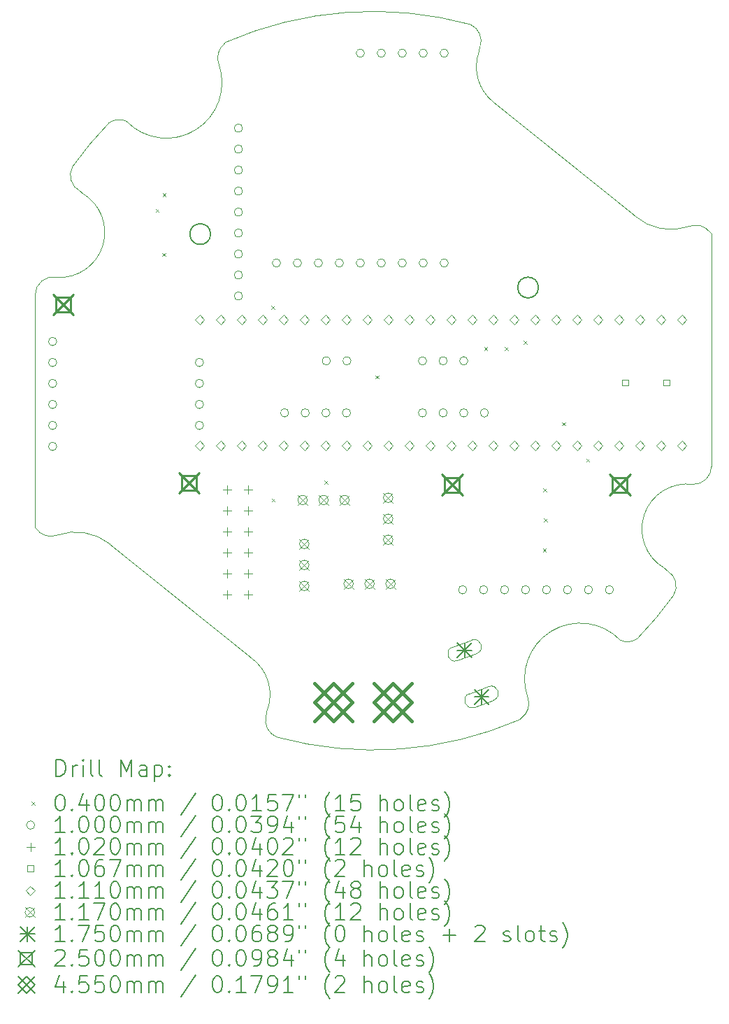
<source format=gbr>
%TF.GenerationSoftware,KiCad,Pcbnew,7.0.9*%
%TF.CreationDate,2024-02-14T22:00:58-05:00*%
%TF.ProjectId,payload24,7061796c-6f61-4643-9234-2e6b69636164,2*%
%TF.SameCoordinates,Original*%
%TF.FileFunction,Drillmap*%
%TF.FilePolarity,Positive*%
%FSLAX45Y45*%
G04 Gerber Fmt 4.5, Leading zero omitted, Abs format (unit mm)*
G04 Created by KiCad (PCBNEW 7.0.9) date 2024-02-14 22:00:58*
%MOMM*%
%LPD*%
G01*
G04 APERTURE LIST*
%ADD10C,0.100000*%
%ADD11C,0.200000*%
%ADD12C,0.102000*%
%ADD13C,0.106680*%
%ADD14C,0.111000*%
%ADD15C,0.117000*%
%ADD16C,0.175000*%
%ADD17C,0.250000*%
%ADD18C,0.455000*%
G04 APERTURE END LIST*
D10*
X7738120Y-1705877D02*
G75*
G03*
X4776263Y-1922329I-1173664J-4312728D01*
G01*
X10641813Y-4220491D02*
X10660884Y-4242145D01*
X3015108Y-3725986D02*
G75*
G03*
X3042287Y-3751059I143082J127826D01*
G01*
X8357350Y-10103344D02*
G75*
G03*
X8335500Y-10123294I154410J-191056D01*
G01*
X9557962Y-9161585D02*
G75*
G03*
X8436000Y-9854000I-487514J-465251D01*
G01*
X7844069Y-2038153D02*
G75*
G03*
X8022681Y-2649406I516471J-180807D01*
G01*
X5402100Y-10335316D02*
G75*
G03*
X8335500Y-10123294I1162356J4316720D01*
G01*
X2921074Y-3428325D02*
G75*
G03*
X3015108Y-3725985I190016J-103655D01*
G01*
X7856344Y-1982577D02*
G75*
G03*
X7848580Y-2014821I106886J-42793D01*
G01*
X7856340Y-1982576D02*
G75*
G03*
X7738120Y-1705877I-201680J77436D01*
G01*
X2468028Y-7795065D02*
X2469127Y-4981415D01*
X3573222Y-2877351D02*
G75*
G03*
X3363960Y-2897604I-86602J-196409D01*
G01*
X2468028Y-7795065D02*
X2476132Y-7803730D01*
X9557962Y-9161584D02*
G75*
G03*
X9762832Y-9141884I84328J198154D01*
G01*
X9762832Y-9141885D02*
G75*
G03*
X10201960Y-8617267I-3198462J3123345D01*
G01*
X5267038Y-10072255D02*
G75*
G03*
X5402100Y-10335316I207232J-59805D01*
G01*
X10201964Y-8617269D02*
G75*
G03*
X10123592Y-8317428I-184154J112029D01*
G01*
X9727638Y-4021414D02*
G75*
G03*
X10400556Y-4149030I445052J508804D01*
G01*
X10641816Y-4220489D02*
G75*
G03*
X10400556Y-4149030I-169446J-129081D01*
G01*
X10660884Y-4242145D02*
X10659786Y-7055795D01*
X3376000Y-7997000D02*
X5080000Y-9370000D01*
X4755720Y-1945952D02*
G75*
G03*
X4767222Y-1931050I-30810J35672D01*
G01*
X8023000Y-2649000D02*
X9728000Y-4021000D01*
X10439395Y-7273669D02*
G75*
G03*
X10659785Y-7055795I4395J215959D01*
G01*
X5275071Y-10021459D02*
G75*
G03*
X5080004Y-9369994I-506691J203219D01*
G01*
X2730424Y-4768294D02*
G75*
G03*
X2469127Y-4981415I-45303J-211198D01*
G01*
X3573223Y-2877349D02*
G75*
G03*
X4692492Y-2183361I485242J466974D01*
G01*
D11*
X4593270Y-4244340D02*
G75*
G03*
X4593270Y-4244340I-125410J0D01*
G01*
D10*
X10123593Y-8317428D02*
G75*
G03*
X10089408Y-8287231I-158313J-144772D01*
G01*
X10439392Y-7273851D02*
G75*
G03*
X10089674Y-8286772I-75294J-540836D01*
G01*
X3363960Y-2897605D02*
G75*
G03*
X2921070Y-3428323I3200700J-3121175D01*
G01*
X4776264Y-1922330D02*
G75*
G03*
X4767222Y-1931050I33317J-43590D01*
G01*
D11*
X8564410Y-4891000D02*
G75*
G03*
X8564410Y-4891000I-125410J0D01*
G01*
D10*
X2730381Y-4768492D02*
G75*
G03*
X3042287Y-3751060I34433J545969D01*
G01*
X2476134Y-7803729D02*
G75*
G03*
X2728871Y-7889617I180416J116099D01*
G01*
X8357348Y-10103341D02*
G75*
G03*
X8436744Y-9853734I-123868J176831D01*
G01*
X4755720Y-1945951D02*
G75*
G03*
X4692064Y-2183514I139707J-164745D01*
G01*
X3376148Y-7996814D02*
G75*
G03*
X2728871Y-7889617I-419922J-527783D01*
G01*
X5267037Y-10072254D02*
G75*
G03*
X5275072Y-10021460I-110137J43454D01*
G01*
X7844069Y-2038153D02*
G75*
G03*
X7848580Y-2014821I-101080J31643D01*
G01*
D11*
D10*
X3927610Y-3938890D02*
X3967610Y-3978890D01*
X3967610Y-3938890D02*
X3927610Y-3978890D01*
X4005060Y-4473000D02*
X4045060Y-4513000D01*
X4045060Y-4473000D02*
X4005060Y-4513000D01*
X4013000Y-3748000D02*
X4053000Y-3788000D01*
X4053000Y-3748000D02*
X4013000Y-3788000D01*
X5330010Y-5113040D02*
X5370010Y-5153040D01*
X5370010Y-5113040D02*
X5330010Y-5153040D01*
X5334000Y-7444000D02*
X5374000Y-7484000D01*
X5374000Y-7444000D02*
X5334000Y-7484000D01*
X5971000Y-7230000D02*
X6011000Y-7270000D01*
X6011000Y-7230000D02*
X5971000Y-7270000D01*
X6590000Y-5954000D02*
X6630000Y-5994000D01*
X6630000Y-5954000D02*
X6590000Y-5994000D01*
X7908000Y-5614000D02*
X7948000Y-5654000D01*
X7948000Y-5614000D02*
X7908000Y-5654000D01*
X8159000Y-5614000D02*
X8199000Y-5654000D01*
X8199000Y-5614000D02*
X8159000Y-5654000D01*
X8384265Y-5537735D02*
X8424266Y-5577735D01*
X8424266Y-5537735D02*
X8384265Y-5577735D01*
X8619240Y-8049220D02*
X8659240Y-8089220D01*
X8659240Y-8049220D02*
X8619240Y-8089220D01*
X8621740Y-7319000D02*
X8661740Y-7359000D01*
X8661740Y-7319000D02*
X8621740Y-7359000D01*
X8633000Y-7685000D02*
X8673000Y-7725000D01*
X8673000Y-7685000D02*
X8633000Y-7725000D01*
X8854000Y-6522000D02*
X8894000Y-6562000D01*
X8894000Y-6522000D02*
X8854000Y-6562000D01*
X9143000Y-6961000D02*
X9183000Y-7001000D01*
X9183000Y-6961000D02*
X9143000Y-7001000D01*
X2730000Y-5544500D02*
G75*
G03*
X2730000Y-5544500I-50000J0D01*
G01*
X2730000Y-5798500D02*
G75*
G03*
X2730000Y-5798500I-50000J0D01*
G01*
X2730000Y-6052500D02*
G75*
G03*
X2730000Y-6052500I-50000J0D01*
G01*
X2730000Y-6306500D02*
G75*
G03*
X2730000Y-6306500I-50000J0D01*
G01*
X2730000Y-6560500D02*
G75*
G03*
X2730000Y-6560500I-50000J0D01*
G01*
X2730000Y-6814500D02*
G75*
G03*
X2730000Y-6814500I-50000J0D01*
G01*
X4508000Y-5798500D02*
G75*
G03*
X4508000Y-5798500I-50000J0D01*
G01*
X4508000Y-6052500D02*
G75*
G03*
X4508000Y-6052500I-50000J0D01*
G01*
X4508000Y-6306500D02*
G75*
G03*
X4508000Y-6306500I-50000J0D01*
G01*
X4508000Y-6560500D02*
G75*
G03*
X4508000Y-6560500I-50000J0D01*
G01*
X4980500Y-2961500D02*
G75*
G03*
X4980500Y-2961500I-50000J0D01*
G01*
X4980500Y-3215500D02*
G75*
G03*
X4980500Y-3215500I-50000J0D01*
G01*
X4980500Y-3469500D02*
G75*
G03*
X4980500Y-3469500I-50000J0D01*
G01*
X4980500Y-3723500D02*
G75*
G03*
X4980500Y-3723500I-50000J0D01*
G01*
X4980500Y-3977500D02*
G75*
G03*
X4980500Y-3977500I-50000J0D01*
G01*
X4980500Y-4231500D02*
G75*
G03*
X4980500Y-4231500I-50000J0D01*
G01*
X4980500Y-4485500D02*
G75*
G03*
X4980500Y-4485500I-50000J0D01*
G01*
X4980500Y-4739500D02*
G75*
G03*
X4980500Y-4739500I-50000J0D01*
G01*
X4980500Y-4993500D02*
G75*
G03*
X4980500Y-4993500I-50000J0D01*
G01*
X5441000Y-4594000D02*
G75*
G03*
X5441000Y-4594000I-50000J0D01*
G01*
X5540000Y-6408580D02*
G75*
G03*
X5540000Y-6408580I-50000J0D01*
G01*
X5695000Y-4594000D02*
G75*
G03*
X5695000Y-4594000I-50000J0D01*
G01*
X5790000Y-6408580D02*
G75*
G03*
X5790000Y-6408580I-50000J0D01*
G01*
X5949000Y-4594000D02*
G75*
G03*
X5949000Y-4594000I-50000J0D01*
G01*
X6040000Y-6408580D02*
G75*
G03*
X6040000Y-6408580I-50000J0D01*
G01*
X6045000Y-5778580D02*
G75*
G03*
X6045000Y-5778580I-50000J0D01*
G01*
X6203000Y-4594000D02*
G75*
G03*
X6203000Y-4594000I-50000J0D01*
G01*
X6290000Y-6408580D02*
G75*
G03*
X6290000Y-6408580I-50000J0D01*
G01*
X6295000Y-5778580D02*
G75*
G03*
X6295000Y-5778580I-50000J0D01*
G01*
X6457000Y-2054000D02*
G75*
G03*
X6457000Y-2054000I-50000J0D01*
G01*
X6457000Y-4594000D02*
G75*
G03*
X6457000Y-4594000I-50000J0D01*
G01*
X6711000Y-2054000D02*
G75*
G03*
X6711000Y-2054000I-50000J0D01*
G01*
X6711000Y-4594000D02*
G75*
G03*
X6711000Y-4594000I-50000J0D01*
G01*
X6965000Y-2054000D02*
G75*
G03*
X6965000Y-2054000I-50000J0D01*
G01*
X6965000Y-4594000D02*
G75*
G03*
X6965000Y-4594000I-50000J0D01*
G01*
X7210000Y-5778580D02*
G75*
G03*
X7210000Y-5778580I-50000J0D01*
G01*
X7210000Y-6408580D02*
G75*
G03*
X7210000Y-6408580I-50000J0D01*
G01*
X7219000Y-2054000D02*
G75*
G03*
X7219000Y-2054000I-50000J0D01*
G01*
X7219000Y-4594000D02*
G75*
G03*
X7219000Y-4594000I-50000J0D01*
G01*
X7460000Y-5778580D02*
G75*
G03*
X7460000Y-5778580I-50000J0D01*
G01*
X7460000Y-6408580D02*
G75*
G03*
X7460000Y-6408580I-50000J0D01*
G01*
X7473000Y-2054000D02*
G75*
G03*
X7473000Y-2054000I-50000J0D01*
G01*
X7473000Y-4594000D02*
G75*
G03*
X7473000Y-4594000I-50000J0D01*
G01*
X7696000Y-8550000D02*
G75*
G03*
X7696000Y-8550000I-50000J0D01*
G01*
X7710000Y-5778580D02*
G75*
G03*
X7710000Y-5778580I-50000J0D01*
G01*
X7710000Y-6408580D02*
G75*
G03*
X7710000Y-6408580I-50000J0D01*
G01*
X7950000Y-8550000D02*
G75*
G03*
X7950000Y-8550000I-50000J0D01*
G01*
X7960000Y-6408580D02*
G75*
G03*
X7960000Y-6408580I-50000J0D01*
G01*
X8204000Y-8550000D02*
G75*
G03*
X8204000Y-8550000I-50000J0D01*
G01*
X8458000Y-8550000D02*
G75*
G03*
X8458000Y-8550000I-50000J0D01*
G01*
X8712000Y-8550000D02*
G75*
G03*
X8712000Y-8550000I-50000J0D01*
G01*
X8966000Y-8550000D02*
G75*
G03*
X8966000Y-8550000I-50000J0D01*
G01*
X9220000Y-8550000D02*
G75*
G03*
X9220000Y-8550000I-50000J0D01*
G01*
X9474000Y-8550000D02*
G75*
G03*
X9474000Y-8550000I-50000J0D01*
G01*
D12*
X4792000Y-7284000D02*
X4792000Y-7386000D01*
X4741000Y-7335000D02*
X4843000Y-7335000D01*
X4792000Y-7538000D02*
X4792000Y-7640000D01*
X4741000Y-7589000D02*
X4843000Y-7589000D01*
X4792000Y-7792000D02*
X4792000Y-7894000D01*
X4741000Y-7843000D02*
X4843000Y-7843000D01*
X4792000Y-8046000D02*
X4792000Y-8148000D01*
X4741000Y-8097000D02*
X4843000Y-8097000D01*
X4792000Y-8300000D02*
X4792000Y-8402000D01*
X4741000Y-8351000D02*
X4843000Y-8351000D01*
X4792000Y-8554000D02*
X4792000Y-8656000D01*
X4741000Y-8605000D02*
X4843000Y-8605000D01*
X5046000Y-7284000D02*
X5046000Y-7386000D01*
X4995000Y-7335000D02*
X5097000Y-7335000D01*
X5046000Y-7538000D02*
X5046000Y-7640000D01*
X4995000Y-7589000D02*
X5097000Y-7589000D01*
X5046000Y-7792000D02*
X5046000Y-7894000D01*
X4995000Y-7843000D02*
X5097000Y-7843000D01*
X5046000Y-8046000D02*
X5046000Y-8148000D01*
X4995000Y-8097000D02*
X5097000Y-8097000D01*
X5046000Y-8300000D02*
X5046000Y-8402000D01*
X4995000Y-8351000D02*
X5097000Y-8351000D01*
X5046000Y-8554000D02*
X5046000Y-8656000D01*
X4995000Y-8605000D02*
X5097000Y-8605000D01*
D13*
X9654717Y-6079717D02*
X9654717Y-6004283D01*
X9579283Y-6004283D01*
X9579283Y-6079717D01*
X9654717Y-6079717D01*
X10154717Y-6079717D02*
X10154717Y-6004283D01*
X10079283Y-6004283D01*
X10079283Y-6079717D01*
X10154717Y-6079717D01*
D14*
X4461000Y-5335500D02*
X4516500Y-5280000D01*
X4461000Y-5224500D01*
X4405500Y-5280000D01*
X4461000Y-5335500D01*
X4461000Y-6859500D02*
X4516500Y-6804000D01*
X4461000Y-6748500D01*
X4405500Y-6804000D01*
X4461000Y-6859500D01*
X4715000Y-5335500D02*
X4770500Y-5280000D01*
X4715000Y-5224500D01*
X4659500Y-5280000D01*
X4715000Y-5335500D01*
X4715000Y-6859500D02*
X4770500Y-6804000D01*
X4715000Y-6748500D01*
X4659500Y-6804000D01*
X4715000Y-6859500D01*
X4969000Y-5335500D02*
X5024500Y-5280000D01*
X4969000Y-5224500D01*
X4913500Y-5280000D01*
X4969000Y-5335500D01*
X4969000Y-6859500D02*
X5024500Y-6804000D01*
X4969000Y-6748500D01*
X4913500Y-6804000D01*
X4969000Y-6859500D01*
X5223000Y-5335500D02*
X5278500Y-5280000D01*
X5223000Y-5224500D01*
X5167500Y-5280000D01*
X5223000Y-5335500D01*
X5223000Y-6859500D02*
X5278500Y-6804000D01*
X5223000Y-6748500D01*
X5167500Y-6804000D01*
X5223000Y-6859500D01*
X5477000Y-5335500D02*
X5532500Y-5280000D01*
X5477000Y-5224500D01*
X5421500Y-5280000D01*
X5477000Y-5335500D01*
X5477000Y-6859500D02*
X5532500Y-6804000D01*
X5477000Y-6748500D01*
X5421500Y-6804000D01*
X5477000Y-6859500D01*
X5731000Y-5335500D02*
X5786500Y-5280000D01*
X5731000Y-5224500D01*
X5675500Y-5280000D01*
X5731000Y-5335500D01*
X5731000Y-6859500D02*
X5786500Y-6804000D01*
X5731000Y-6748500D01*
X5675500Y-6804000D01*
X5731000Y-6859500D01*
X5985000Y-5335500D02*
X6040500Y-5280000D01*
X5985000Y-5224500D01*
X5929500Y-5280000D01*
X5985000Y-5335500D01*
X5985000Y-6859500D02*
X6040500Y-6804000D01*
X5985000Y-6748500D01*
X5929500Y-6804000D01*
X5985000Y-6859500D01*
X6239000Y-5335500D02*
X6294500Y-5280000D01*
X6239000Y-5224500D01*
X6183500Y-5280000D01*
X6239000Y-5335500D01*
X6239000Y-6859500D02*
X6294500Y-6804000D01*
X6239000Y-6748500D01*
X6183500Y-6804000D01*
X6239000Y-6859500D01*
X6493000Y-5335500D02*
X6548500Y-5280000D01*
X6493000Y-5224500D01*
X6437500Y-5280000D01*
X6493000Y-5335500D01*
X6493000Y-6859500D02*
X6548500Y-6804000D01*
X6493000Y-6748500D01*
X6437500Y-6804000D01*
X6493000Y-6859500D01*
X6747000Y-5335500D02*
X6802500Y-5280000D01*
X6747000Y-5224500D01*
X6691500Y-5280000D01*
X6747000Y-5335500D01*
X6747000Y-6859500D02*
X6802500Y-6804000D01*
X6747000Y-6748500D01*
X6691500Y-6804000D01*
X6747000Y-6859500D01*
X7001000Y-5335500D02*
X7056500Y-5280000D01*
X7001000Y-5224500D01*
X6945500Y-5280000D01*
X7001000Y-5335500D01*
X7001000Y-6859500D02*
X7056500Y-6804000D01*
X7001000Y-6748500D01*
X6945500Y-6804000D01*
X7001000Y-6859500D01*
X7255000Y-5335500D02*
X7310500Y-5280000D01*
X7255000Y-5224500D01*
X7199500Y-5280000D01*
X7255000Y-5335500D01*
X7255000Y-6859500D02*
X7310500Y-6804000D01*
X7255000Y-6748500D01*
X7199500Y-6804000D01*
X7255000Y-6859500D01*
X7509000Y-5335500D02*
X7564500Y-5280000D01*
X7509000Y-5224500D01*
X7453500Y-5280000D01*
X7509000Y-5335500D01*
X7509000Y-6859500D02*
X7564500Y-6804000D01*
X7509000Y-6748500D01*
X7453500Y-6804000D01*
X7509000Y-6859500D01*
X7763000Y-5335500D02*
X7818500Y-5280000D01*
X7763000Y-5224500D01*
X7707500Y-5280000D01*
X7763000Y-5335500D01*
X7763000Y-6859500D02*
X7818500Y-6804000D01*
X7763000Y-6748500D01*
X7707500Y-6804000D01*
X7763000Y-6859500D01*
X8017000Y-5335500D02*
X8072500Y-5280000D01*
X8017000Y-5224500D01*
X7961500Y-5280000D01*
X8017000Y-5335500D01*
X8017000Y-6859500D02*
X8072500Y-6804000D01*
X8017000Y-6748500D01*
X7961500Y-6804000D01*
X8017000Y-6859500D01*
X8271000Y-5335500D02*
X8326500Y-5280000D01*
X8271000Y-5224500D01*
X8215500Y-5280000D01*
X8271000Y-5335500D01*
X8271000Y-6859500D02*
X8326500Y-6804000D01*
X8271000Y-6748500D01*
X8215500Y-6804000D01*
X8271000Y-6859500D01*
X8525000Y-5335500D02*
X8580500Y-5280000D01*
X8525000Y-5224500D01*
X8469500Y-5280000D01*
X8525000Y-5335500D01*
X8525000Y-6859500D02*
X8580500Y-6804000D01*
X8525000Y-6748500D01*
X8469500Y-6804000D01*
X8525000Y-6859500D01*
X8779000Y-5335500D02*
X8834500Y-5280000D01*
X8779000Y-5224500D01*
X8723500Y-5280000D01*
X8779000Y-5335500D01*
X8779000Y-6859500D02*
X8834500Y-6804000D01*
X8779000Y-6748500D01*
X8723500Y-6804000D01*
X8779000Y-6859500D01*
X9033000Y-5335500D02*
X9088500Y-5280000D01*
X9033000Y-5224500D01*
X8977500Y-5280000D01*
X9033000Y-5335500D01*
X9033000Y-6859500D02*
X9088500Y-6804000D01*
X9033000Y-6748500D01*
X8977500Y-6804000D01*
X9033000Y-6859500D01*
X9287000Y-5335500D02*
X9342500Y-5280000D01*
X9287000Y-5224500D01*
X9231500Y-5280000D01*
X9287000Y-5335500D01*
X9287000Y-6859500D02*
X9342500Y-6804000D01*
X9287000Y-6748500D01*
X9231500Y-6804000D01*
X9287000Y-6859500D01*
X9541000Y-5335500D02*
X9596500Y-5280000D01*
X9541000Y-5224500D01*
X9485500Y-5280000D01*
X9541000Y-5335500D01*
X9541000Y-6859500D02*
X9596500Y-6804000D01*
X9541000Y-6748500D01*
X9485500Y-6804000D01*
X9541000Y-6859500D01*
X9795000Y-5335500D02*
X9850500Y-5280000D01*
X9795000Y-5224500D01*
X9739500Y-5280000D01*
X9795000Y-5335500D01*
X9795000Y-6859500D02*
X9850500Y-6804000D01*
X9795000Y-6748500D01*
X9739500Y-6804000D01*
X9795000Y-6859500D01*
X10049000Y-5335500D02*
X10104500Y-5280000D01*
X10049000Y-5224500D01*
X9993500Y-5280000D01*
X10049000Y-5335500D01*
X10049000Y-6859500D02*
X10104500Y-6804000D01*
X10049000Y-6748500D01*
X9993500Y-6804000D01*
X10049000Y-6859500D01*
X10303000Y-5335500D02*
X10358500Y-5280000D01*
X10303000Y-5224500D01*
X10247500Y-5280000D01*
X10303000Y-5335500D01*
X10303000Y-6859500D02*
X10358500Y-6804000D01*
X10303000Y-6748500D01*
X10247500Y-6804000D01*
X10303000Y-6859500D01*
D15*
X5649500Y-7404500D02*
X5766500Y-7521500D01*
X5766500Y-7404500D02*
X5649500Y-7521500D01*
X5766500Y-7463000D02*
G75*
G03*
X5766500Y-7463000I-58500J0D01*
G01*
X5670500Y-7936500D02*
X5787500Y-8053500D01*
X5787500Y-7936500D02*
X5670500Y-8053500D01*
X5787500Y-7995000D02*
G75*
G03*
X5787500Y-7995000I-58500J0D01*
G01*
X5670500Y-8190500D02*
X5787500Y-8307500D01*
X5787500Y-8190500D02*
X5670500Y-8307500D01*
X5787500Y-8249000D02*
G75*
G03*
X5787500Y-8249000I-58500J0D01*
G01*
X5670500Y-8444500D02*
X5787500Y-8561500D01*
X5787500Y-8444500D02*
X5670500Y-8561500D01*
X5787500Y-8503000D02*
G75*
G03*
X5787500Y-8503000I-58500J0D01*
G01*
X5903500Y-7404500D02*
X6020500Y-7521500D01*
X6020500Y-7404500D02*
X5903500Y-7521500D01*
X6020500Y-7463000D02*
G75*
G03*
X6020500Y-7463000I-58500J0D01*
G01*
X6157500Y-7404500D02*
X6274500Y-7521500D01*
X6274500Y-7404500D02*
X6157500Y-7521500D01*
X6274500Y-7463000D02*
G75*
G03*
X6274500Y-7463000I-58500J0D01*
G01*
X6207500Y-8419500D02*
X6324500Y-8536500D01*
X6324500Y-8419500D02*
X6207500Y-8536500D01*
X6324500Y-8478000D02*
G75*
G03*
X6324500Y-8478000I-58500J0D01*
G01*
X6461500Y-8419500D02*
X6578500Y-8536500D01*
X6578500Y-8419500D02*
X6461500Y-8536500D01*
X6578500Y-8478000D02*
G75*
G03*
X6578500Y-8478000I-58500J0D01*
G01*
X6686500Y-7377500D02*
X6803500Y-7494500D01*
X6803500Y-7377500D02*
X6686500Y-7494500D01*
X6803500Y-7436000D02*
G75*
G03*
X6803500Y-7436000I-58500J0D01*
G01*
X6686500Y-7631500D02*
X6803500Y-7748500D01*
X6803500Y-7631500D02*
X6686500Y-7748500D01*
X6803500Y-7690000D02*
G75*
G03*
X6803500Y-7690000I-58500J0D01*
G01*
X6686500Y-7885500D02*
X6803500Y-8002500D01*
X6803500Y-7885500D02*
X6686500Y-8002500D01*
X6803500Y-7944000D02*
G75*
G03*
X6803500Y-7944000I-58500J0D01*
G01*
X6715500Y-8419500D02*
X6832500Y-8536500D01*
X6832500Y-8419500D02*
X6715500Y-8536500D01*
X6832500Y-8478000D02*
G75*
G03*
X6832500Y-8478000I-58500J0D01*
G01*
D16*
X7582366Y-9195073D02*
X7757366Y-9370073D01*
X7757366Y-9195073D02*
X7582366Y-9370073D01*
X7669866Y-9195073D02*
X7669866Y-9370073D01*
X7582366Y-9282573D02*
X7757366Y-9282573D01*
D10*
X7757401Y-9157598D02*
X7522478Y-9243103D01*
X7522478Y-9243103D02*
G75*
G03*
X7582331Y-9407549I29927J-82223D01*
G01*
X7582331Y-9407549D02*
X7817255Y-9322044D01*
X7817255Y-9322044D02*
G75*
G03*
X7757401Y-9157598I-29927J82223D01*
G01*
D16*
X7787360Y-9758289D02*
X7962360Y-9933289D01*
X7962360Y-9758289D02*
X7787360Y-9933289D01*
X7874860Y-9758289D02*
X7874860Y-9933289D01*
X7787360Y-9845789D02*
X7962360Y-9845789D01*
D10*
X7962395Y-9720813D02*
X7727472Y-9806318D01*
X7727471Y-9806318D02*
G75*
G03*
X7787325Y-9970764I29927J-82223D01*
G01*
X7787325Y-9970764D02*
X8022248Y-9885259D01*
X8022248Y-9885259D02*
G75*
G03*
X7962395Y-9720813I-29927J82223D01*
G01*
D17*
X2682000Y-4975000D02*
X2932000Y-5225000D01*
X2932000Y-4975000D02*
X2682000Y-5225000D01*
X2895389Y-5188389D02*
X2895389Y-5011611D01*
X2718611Y-5011611D01*
X2718611Y-5188389D01*
X2895389Y-5188389D01*
X4206000Y-7134000D02*
X4456000Y-7384000D01*
X4456000Y-7134000D02*
X4206000Y-7384000D01*
X4419389Y-7347389D02*
X4419389Y-7170611D01*
X4242611Y-7170611D01*
X4242611Y-7347389D01*
X4419389Y-7347389D01*
X7394000Y-7155000D02*
X7644000Y-7405000D01*
X7644000Y-7155000D02*
X7394000Y-7405000D01*
X7607389Y-7368389D02*
X7607389Y-7191611D01*
X7430611Y-7191611D01*
X7430611Y-7368389D01*
X7607389Y-7368389D01*
X9426000Y-7155000D02*
X9676000Y-7405000D01*
X9676000Y-7155000D02*
X9426000Y-7405000D01*
X9639389Y-7368389D02*
X9639389Y-7191611D01*
X9462611Y-7191611D01*
X9462611Y-7368389D01*
X9639389Y-7368389D01*
D18*
X5852500Y-9685000D02*
X6307500Y-10140000D01*
X6307500Y-9685000D02*
X5852500Y-10140000D01*
X6080000Y-10140000D02*
X6307500Y-9912500D01*
X6080000Y-9685000D01*
X5852500Y-9912500D01*
X6080000Y-10140000D01*
X6572500Y-9685000D02*
X7027500Y-10140000D01*
X7027500Y-9685000D02*
X6572500Y-10140000D01*
X6800000Y-10140000D02*
X7027500Y-9912500D01*
X6800000Y-9685000D01*
X6572500Y-9912500D01*
X6800000Y-10140000D01*
D11*
X2723805Y-10805554D02*
X2723805Y-10605554D01*
X2723805Y-10605554D02*
X2771424Y-10605554D01*
X2771424Y-10605554D02*
X2799996Y-10615078D01*
X2799996Y-10615078D02*
X2819043Y-10634126D01*
X2819043Y-10634126D02*
X2828567Y-10653173D01*
X2828567Y-10653173D02*
X2838091Y-10691269D01*
X2838091Y-10691269D02*
X2838091Y-10719840D01*
X2838091Y-10719840D02*
X2828567Y-10757935D01*
X2828567Y-10757935D02*
X2819043Y-10776983D01*
X2819043Y-10776983D02*
X2799996Y-10796031D01*
X2799996Y-10796031D02*
X2771424Y-10805554D01*
X2771424Y-10805554D02*
X2723805Y-10805554D01*
X2923805Y-10805554D02*
X2923805Y-10672221D01*
X2923805Y-10710316D02*
X2933329Y-10691269D01*
X2933329Y-10691269D02*
X2942853Y-10681745D01*
X2942853Y-10681745D02*
X2961900Y-10672221D01*
X2961900Y-10672221D02*
X2980948Y-10672221D01*
X3047615Y-10805554D02*
X3047615Y-10672221D01*
X3047615Y-10605554D02*
X3038091Y-10615078D01*
X3038091Y-10615078D02*
X3047615Y-10624602D01*
X3047615Y-10624602D02*
X3057138Y-10615078D01*
X3057138Y-10615078D02*
X3047615Y-10605554D01*
X3047615Y-10605554D02*
X3047615Y-10624602D01*
X3171424Y-10805554D02*
X3152377Y-10796031D01*
X3152377Y-10796031D02*
X3142853Y-10776983D01*
X3142853Y-10776983D02*
X3142853Y-10605554D01*
X3276186Y-10805554D02*
X3257138Y-10796031D01*
X3257138Y-10796031D02*
X3247615Y-10776983D01*
X3247615Y-10776983D02*
X3247615Y-10605554D01*
X3504758Y-10805554D02*
X3504758Y-10605554D01*
X3504758Y-10605554D02*
X3571424Y-10748412D01*
X3571424Y-10748412D02*
X3638091Y-10605554D01*
X3638091Y-10605554D02*
X3638091Y-10805554D01*
X3819043Y-10805554D02*
X3819043Y-10700793D01*
X3819043Y-10700793D02*
X3809519Y-10681745D01*
X3809519Y-10681745D02*
X3790472Y-10672221D01*
X3790472Y-10672221D02*
X3752377Y-10672221D01*
X3752377Y-10672221D02*
X3733329Y-10681745D01*
X3819043Y-10796031D02*
X3799996Y-10805554D01*
X3799996Y-10805554D02*
X3752377Y-10805554D01*
X3752377Y-10805554D02*
X3733329Y-10796031D01*
X3733329Y-10796031D02*
X3723805Y-10776983D01*
X3723805Y-10776983D02*
X3723805Y-10757935D01*
X3723805Y-10757935D02*
X3733329Y-10738888D01*
X3733329Y-10738888D02*
X3752377Y-10729364D01*
X3752377Y-10729364D02*
X3799996Y-10729364D01*
X3799996Y-10729364D02*
X3819043Y-10719840D01*
X3914281Y-10672221D02*
X3914281Y-10872221D01*
X3914281Y-10681745D02*
X3933329Y-10672221D01*
X3933329Y-10672221D02*
X3971424Y-10672221D01*
X3971424Y-10672221D02*
X3990472Y-10681745D01*
X3990472Y-10681745D02*
X3999996Y-10691269D01*
X3999996Y-10691269D02*
X4009519Y-10710316D01*
X4009519Y-10710316D02*
X4009519Y-10767459D01*
X4009519Y-10767459D02*
X3999996Y-10786507D01*
X3999996Y-10786507D02*
X3990472Y-10796031D01*
X3990472Y-10796031D02*
X3971424Y-10805554D01*
X3971424Y-10805554D02*
X3933329Y-10805554D01*
X3933329Y-10805554D02*
X3914281Y-10796031D01*
X4095234Y-10786507D02*
X4104758Y-10796031D01*
X4104758Y-10796031D02*
X4095234Y-10805554D01*
X4095234Y-10805554D02*
X4085710Y-10796031D01*
X4085710Y-10796031D02*
X4095234Y-10786507D01*
X4095234Y-10786507D02*
X4095234Y-10805554D01*
X4095234Y-10681745D02*
X4104758Y-10691269D01*
X4104758Y-10691269D02*
X4095234Y-10700793D01*
X4095234Y-10700793D02*
X4085710Y-10691269D01*
X4085710Y-10691269D02*
X4095234Y-10681745D01*
X4095234Y-10681745D02*
X4095234Y-10700793D01*
D10*
X2423028Y-11114071D02*
X2463028Y-11154071D01*
X2463028Y-11114071D02*
X2423028Y-11154071D01*
D11*
X2761900Y-11025554D02*
X2780948Y-11025554D01*
X2780948Y-11025554D02*
X2799996Y-11035078D01*
X2799996Y-11035078D02*
X2809519Y-11044602D01*
X2809519Y-11044602D02*
X2819043Y-11063650D01*
X2819043Y-11063650D02*
X2828567Y-11101745D01*
X2828567Y-11101745D02*
X2828567Y-11149364D01*
X2828567Y-11149364D02*
X2819043Y-11187459D01*
X2819043Y-11187459D02*
X2809519Y-11206507D01*
X2809519Y-11206507D02*
X2799996Y-11216031D01*
X2799996Y-11216031D02*
X2780948Y-11225554D01*
X2780948Y-11225554D02*
X2761900Y-11225554D01*
X2761900Y-11225554D02*
X2742853Y-11216031D01*
X2742853Y-11216031D02*
X2733329Y-11206507D01*
X2733329Y-11206507D02*
X2723805Y-11187459D01*
X2723805Y-11187459D02*
X2714281Y-11149364D01*
X2714281Y-11149364D02*
X2714281Y-11101745D01*
X2714281Y-11101745D02*
X2723805Y-11063650D01*
X2723805Y-11063650D02*
X2733329Y-11044602D01*
X2733329Y-11044602D02*
X2742853Y-11035078D01*
X2742853Y-11035078D02*
X2761900Y-11025554D01*
X2914281Y-11206507D02*
X2923805Y-11216031D01*
X2923805Y-11216031D02*
X2914281Y-11225554D01*
X2914281Y-11225554D02*
X2904758Y-11216031D01*
X2904758Y-11216031D02*
X2914281Y-11206507D01*
X2914281Y-11206507D02*
X2914281Y-11225554D01*
X3095234Y-11092221D02*
X3095234Y-11225554D01*
X3047615Y-11016031D02*
X2999996Y-11158888D01*
X2999996Y-11158888D02*
X3123805Y-11158888D01*
X3238091Y-11025554D02*
X3257139Y-11025554D01*
X3257139Y-11025554D02*
X3276186Y-11035078D01*
X3276186Y-11035078D02*
X3285710Y-11044602D01*
X3285710Y-11044602D02*
X3295234Y-11063650D01*
X3295234Y-11063650D02*
X3304758Y-11101745D01*
X3304758Y-11101745D02*
X3304758Y-11149364D01*
X3304758Y-11149364D02*
X3295234Y-11187459D01*
X3295234Y-11187459D02*
X3285710Y-11206507D01*
X3285710Y-11206507D02*
X3276186Y-11216031D01*
X3276186Y-11216031D02*
X3257139Y-11225554D01*
X3257139Y-11225554D02*
X3238091Y-11225554D01*
X3238091Y-11225554D02*
X3219043Y-11216031D01*
X3219043Y-11216031D02*
X3209519Y-11206507D01*
X3209519Y-11206507D02*
X3199996Y-11187459D01*
X3199996Y-11187459D02*
X3190472Y-11149364D01*
X3190472Y-11149364D02*
X3190472Y-11101745D01*
X3190472Y-11101745D02*
X3199996Y-11063650D01*
X3199996Y-11063650D02*
X3209519Y-11044602D01*
X3209519Y-11044602D02*
X3219043Y-11035078D01*
X3219043Y-11035078D02*
X3238091Y-11025554D01*
X3428567Y-11025554D02*
X3447615Y-11025554D01*
X3447615Y-11025554D02*
X3466662Y-11035078D01*
X3466662Y-11035078D02*
X3476186Y-11044602D01*
X3476186Y-11044602D02*
X3485710Y-11063650D01*
X3485710Y-11063650D02*
X3495234Y-11101745D01*
X3495234Y-11101745D02*
X3495234Y-11149364D01*
X3495234Y-11149364D02*
X3485710Y-11187459D01*
X3485710Y-11187459D02*
X3476186Y-11206507D01*
X3476186Y-11206507D02*
X3466662Y-11216031D01*
X3466662Y-11216031D02*
X3447615Y-11225554D01*
X3447615Y-11225554D02*
X3428567Y-11225554D01*
X3428567Y-11225554D02*
X3409519Y-11216031D01*
X3409519Y-11216031D02*
X3399996Y-11206507D01*
X3399996Y-11206507D02*
X3390472Y-11187459D01*
X3390472Y-11187459D02*
X3380948Y-11149364D01*
X3380948Y-11149364D02*
X3380948Y-11101745D01*
X3380948Y-11101745D02*
X3390472Y-11063650D01*
X3390472Y-11063650D02*
X3399996Y-11044602D01*
X3399996Y-11044602D02*
X3409519Y-11035078D01*
X3409519Y-11035078D02*
X3428567Y-11025554D01*
X3580948Y-11225554D02*
X3580948Y-11092221D01*
X3580948Y-11111269D02*
X3590472Y-11101745D01*
X3590472Y-11101745D02*
X3609519Y-11092221D01*
X3609519Y-11092221D02*
X3638091Y-11092221D01*
X3638091Y-11092221D02*
X3657139Y-11101745D01*
X3657139Y-11101745D02*
X3666662Y-11120793D01*
X3666662Y-11120793D02*
X3666662Y-11225554D01*
X3666662Y-11120793D02*
X3676186Y-11101745D01*
X3676186Y-11101745D02*
X3695234Y-11092221D01*
X3695234Y-11092221D02*
X3723805Y-11092221D01*
X3723805Y-11092221D02*
X3742853Y-11101745D01*
X3742853Y-11101745D02*
X3752377Y-11120793D01*
X3752377Y-11120793D02*
X3752377Y-11225554D01*
X3847615Y-11225554D02*
X3847615Y-11092221D01*
X3847615Y-11111269D02*
X3857139Y-11101745D01*
X3857139Y-11101745D02*
X3876186Y-11092221D01*
X3876186Y-11092221D02*
X3904758Y-11092221D01*
X3904758Y-11092221D02*
X3923805Y-11101745D01*
X3923805Y-11101745D02*
X3933329Y-11120793D01*
X3933329Y-11120793D02*
X3933329Y-11225554D01*
X3933329Y-11120793D02*
X3942853Y-11101745D01*
X3942853Y-11101745D02*
X3961900Y-11092221D01*
X3961900Y-11092221D02*
X3990472Y-11092221D01*
X3990472Y-11092221D02*
X4009520Y-11101745D01*
X4009520Y-11101745D02*
X4019043Y-11120793D01*
X4019043Y-11120793D02*
X4019043Y-11225554D01*
X4409520Y-11016031D02*
X4238091Y-11273173D01*
X4666663Y-11025554D02*
X4685710Y-11025554D01*
X4685710Y-11025554D02*
X4704758Y-11035078D01*
X4704758Y-11035078D02*
X4714282Y-11044602D01*
X4714282Y-11044602D02*
X4723805Y-11063650D01*
X4723805Y-11063650D02*
X4733329Y-11101745D01*
X4733329Y-11101745D02*
X4733329Y-11149364D01*
X4733329Y-11149364D02*
X4723805Y-11187459D01*
X4723805Y-11187459D02*
X4714282Y-11206507D01*
X4714282Y-11206507D02*
X4704758Y-11216031D01*
X4704758Y-11216031D02*
X4685710Y-11225554D01*
X4685710Y-11225554D02*
X4666663Y-11225554D01*
X4666663Y-11225554D02*
X4647615Y-11216031D01*
X4647615Y-11216031D02*
X4638091Y-11206507D01*
X4638091Y-11206507D02*
X4628567Y-11187459D01*
X4628567Y-11187459D02*
X4619044Y-11149364D01*
X4619044Y-11149364D02*
X4619044Y-11101745D01*
X4619044Y-11101745D02*
X4628567Y-11063650D01*
X4628567Y-11063650D02*
X4638091Y-11044602D01*
X4638091Y-11044602D02*
X4647615Y-11035078D01*
X4647615Y-11035078D02*
X4666663Y-11025554D01*
X4819044Y-11206507D02*
X4828567Y-11216031D01*
X4828567Y-11216031D02*
X4819044Y-11225554D01*
X4819044Y-11225554D02*
X4809520Y-11216031D01*
X4809520Y-11216031D02*
X4819044Y-11206507D01*
X4819044Y-11206507D02*
X4819044Y-11225554D01*
X4952377Y-11025554D02*
X4971425Y-11025554D01*
X4971425Y-11025554D02*
X4990472Y-11035078D01*
X4990472Y-11035078D02*
X4999996Y-11044602D01*
X4999996Y-11044602D02*
X5009520Y-11063650D01*
X5009520Y-11063650D02*
X5019044Y-11101745D01*
X5019044Y-11101745D02*
X5019044Y-11149364D01*
X5019044Y-11149364D02*
X5009520Y-11187459D01*
X5009520Y-11187459D02*
X4999996Y-11206507D01*
X4999996Y-11206507D02*
X4990472Y-11216031D01*
X4990472Y-11216031D02*
X4971425Y-11225554D01*
X4971425Y-11225554D02*
X4952377Y-11225554D01*
X4952377Y-11225554D02*
X4933329Y-11216031D01*
X4933329Y-11216031D02*
X4923805Y-11206507D01*
X4923805Y-11206507D02*
X4914282Y-11187459D01*
X4914282Y-11187459D02*
X4904758Y-11149364D01*
X4904758Y-11149364D02*
X4904758Y-11101745D01*
X4904758Y-11101745D02*
X4914282Y-11063650D01*
X4914282Y-11063650D02*
X4923805Y-11044602D01*
X4923805Y-11044602D02*
X4933329Y-11035078D01*
X4933329Y-11035078D02*
X4952377Y-11025554D01*
X5209520Y-11225554D02*
X5095234Y-11225554D01*
X5152377Y-11225554D02*
X5152377Y-11025554D01*
X5152377Y-11025554D02*
X5133329Y-11054126D01*
X5133329Y-11054126D02*
X5114282Y-11073173D01*
X5114282Y-11073173D02*
X5095234Y-11082697D01*
X5390472Y-11025554D02*
X5295234Y-11025554D01*
X5295234Y-11025554D02*
X5285710Y-11120793D01*
X5285710Y-11120793D02*
X5295234Y-11111269D01*
X5295234Y-11111269D02*
X5314282Y-11101745D01*
X5314282Y-11101745D02*
X5361901Y-11101745D01*
X5361901Y-11101745D02*
X5380948Y-11111269D01*
X5380948Y-11111269D02*
X5390472Y-11120793D01*
X5390472Y-11120793D02*
X5399996Y-11139840D01*
X5399996Y-11139840D02*
X5399996Y-11187459D01*
X5399996Y-11187459D02*
X5390472Y-11206507D01*
X5390472Y-11206507D02*
X5380948Y-11216031D01*
X5380948Y-11216031D02*
X5361901Y-11225554D01*
X5361901Y-11225554D02*
X5314282Y-11225554D01*
X5314282Y-11225554D02*
X5295234Y-11216031D01*
X5295234Y-11216031D02*
X5285710Y-11206507D01*
X5466663Y-11025554D02*
X5599996Y-11025554D01*
X5599996Y-11025554D02*
X5514282Y-11225554D01*
X5666663Y-11025554D02*
X5666663Y-11063650D01*
X5742853Y-11025554D02*
X5742853Y-11063650D01*
X6038091Y-11301745D02*
X6028567Y-11292221D01*
X6028567Y-11292221D02*
X6009520Y-11263650D01*
X6009520Y-11263650D02*
X5999996Y-11244602D01*
X5999996Y-11244602D02*
X5990472Y-11216031D01*
X5990472Y-11216031D02*
X5980948Y-11168412D01*
X5980948Y-11168412D02*
X5980948Y-11130316D01*
X5980948Y-11130316D02*
X5990472Y-11082697D01*
X5990472Y-11082697D02*
X5999996Y-11054126D01*
X5999996Y-11054126D02*
X6009520Y-11035078D01*
X6009520Y-11035078D02*
X6028567Y-11006507D01*
X6028567Y-11006507D02*
X6038091Y-10996983D01*
X6219044Y-11225554D02*
X6104758Y-11225554D01*
X6161901Y-11225554D02*
X6161901Y-11025554D01*
X6161901Y-11025554D02*
X6142853Y-11054126D01*
X6142853Y-11054126D02*
X6123805Y-11073173D01*
X6123805Y-11073173D02*
X6104758Y-11082697D01*
X6399996Y-11025554D02*
X6304758Y-11025554D01*
X6304758Y-11025554D02*
X6295234Y-11120793D01*
X6295234Y-11120793D02*
X6304758Y-11111269D01*
X6304758Y-11111269D02*
X6323805Y-11101745D01*
X6323805Y-11101745D02*
X6371425Y-11101745D01*
X6371425Y-11101745D02*
X6390472Y-11111269D01*
X6390472Y-11111269D02*
X6399996Y-11120793D01*
X6399996Y-11120793D02*
X6409520Y-11139840D01*
X6409520Y-11139840D02*
X6409520Y-11187459D01*
X6409520Y-11187459D02*
X6399996Y-11206507D01*
X6399996Y-11206507D02*
X6390472Y-11216031D01*
X6390472Y-11216031D02*
X6371425Y-11225554D01*
X6371425Y-11225554D02*
X6323805Y-11225554D01*
X6323805Y-11225554D02*
X6304758Y-11216031D01*
X6304758Y-11216031D02*
X6295234Y-11206507D01*
X6647615Y-11225554D02*
X6647615Y-11025554D01*
X6733329Y-11225554D02*
X6733329Y-11120793D01*
X6733329Y-11120793D02*
X6723806Y-11101745D01*
X6723806Y-11101745D02*
X6704758Y-11092221D01*
X6704758Y-11092221D02*
X6676186Y-11092221D01*
X6676186Y-11092221D02*
X6657139Y-11101745D01*
X6657139Y-11101745D02*
X6647615Y-11111269D01*
X6857139Y-11225554D02*
X6838091Y-11216031D01*
X6838091Y-11216031D02*
X6828567Y-11206507D01*
X6828567Y-11206507D02*
X6819044Y-11187459D01*
X6819044Y-11187459D02*
X6819044Y-11130316D01*
X6819044Y-11130316D02*
X6828567Y-11111269D01*
X6828567Y-11111269D02*
X6838091Y-11101745D01*
X6838091Y-11101745D02*
X6857139Y-11092221D01*
X6857139Y-11092221D02*
X6885710Y-11092221D01*
X6885710Y-11092221D02*
X6904758Y-11101745D01*
X6904758Y-11101745D02*
X6914282Y-11111269D01*
X6914282Y-11111269D02*
X6923806Y-11130316D01*
X6923806Y-11130316D02*
X6923806Y-11187459D01*
X6923806Y-11187459D02*
X6914282Y-11206507D01*
X6914282Y-11206507D02*
X6904758Y-11216031D01*
X6904758Y-11216031D02*
X6885710Y-11225554D01*
X6885710Y-11225554D02*
X6857139Y-11225554D01*
X7038091Y-11225554D02*
X7019044Y-11216031D01*
X7019044Y-11216031D02*
X7009520Y-11196983D01*
X7009520Y-11196983D02*
X7009520Y-11025554D01*
X7190472Y-11216031D02*
X7171425Y-11225554D01*
X7171425Y-11225554D02*
X7133329Y-11225554D01*
X7133329Y-11225554D02*
X7114282Y-11216031D01*
X7114282Y-11216031D02*
X7104758Y-11196983D01*
X7104758Y-11196983D02*
X7104758Y-11120793D01*
X7104758Y-11120793D02*
X7114282Y-11101745D01*
X7114282Y-11101745D02*
X7133329Y-11092221D01*
X7133329Y-11092221D02*
X7171425Y-11092221D01*
X7171425Y-11092221D02*
X7190472Y-11101745D01*
X7190472Y-11101745D02*
X7199996Y-11120793D01*
X7199996Y-11120793D02*
X7199996Y-11139840D01*
X7199996Y-11139840D02*
X7104758Y-11158888D01*
X7276187Y-11216031D02*
X7295234Y-11225554D01*
X7295234Y-11225554D02*
X7333329Y-11225554D01*
X7333329Y-11225554D02*
X7352377Y-11216031D01*
X7352377Y-11216031D02*
X7361901Y-11196983D01*
X7361901Y-11196983D02*
X7361901Y-11187459D01*
X7361901Y-11187459D02*
X7352377Y-11168412D01*
X7352377Y-11168412D02*
X7333329Y-11158888D01*
X7333329Y-11158888D02*
X7304758Y-11158888D01*
X7304758Y-11158888D02*
X7285710Y-11149364D01*
X7285710Y-11149364D02*
X7276187Y-11130316D01*
X7276187Y-11130316D02*
X7276187Y-11120793D01*
X7276187Y-11120793D02*
X7285710Y-11101745D01*
X7285710Y-11101745D02*
X7304758Y-11092221D01*
X7304758Y-11092221D02*
X7333329Y-11092221D01*
X7333329Y-11092221D02*
X7352377Y-11101745D01*
X7428568Y-11301745D02*
X7438091Y-11292221D01*
X7438091Y-11292221D02*
X7457139Y-11263650D01*
X7457139Y-11263650D02*
X7466663Y-11244602D01*
X7466663Y-11244602D02*
X7476187Y-11216031D01*
X7476187Y-11216031D02*
X7485710Y-11168412D01*
X7485710Y-11168412D02*
X7485710Y-11130316D01*
X7485710Y-11130316D02*
X7476187Y-11082697D01*
X7476187Y-11082697D02*
X7466663Y-11054126D01*
X7466663Y-11054126D02*
X7457139Y-11035078D01*
X7457139Y-11035078D02*
X7438091Y-11006507D01*
X7438091Y-11006507D02*
X7428568Y-10996983D01*
D10*
X2463028Y-11398071D02*
G75*
G03*
X2463028Y-11398071I-50000J0D01*
G01*
D11*
X2828567Y-11489554D02*
X2714281Y-11489554D01*
X2771424Y-11489554D02*
X2771424Y-11289554D01*
X2771424Y-11289554D02*
X2752377Y-11318126D01*
X2752377Y-11318126D02*
X2733329Y-11337173D01*
X2733329Y-11337173D02*
X2714281Y-11346697D01*
X2914281Y-11470507D02*
X2923805Y-11480031D01*
X2923805Y-11480031D02*
X2914281Y-11489554D01*
X2914281Y-11489554D02*
X2904758Y-11480031D01*
X2904758Y-11480031D02*
X2914281Y-11470507D01*
X2914281Y-11470507D02*
X2914281Y-11489554D01*
X3047615Y-11289554D02*
X3066662Y-11289554D01*
X3066662Y-11289554D02*
X3085710Y-11299078D01*
X3085710Y-11299078D02*
X3095234Y-11308602D01*
X3095234Y-11308602D02*
X3104758Y-11327650D01*
X3104758Y-11327650D02*
X3114281Y-11365745D01*
X3114281Y-11365745D02*
X3114281Y-11413364D01*
X3114281Y-11413364D02*
X3104758Y-11451459D01*
X3104758Y-11451459D02*
X3095234Y-11470507D01*
X3095234Y-11470507D02*
X3085710Y-11480031D01*
X3085710Y-11480031D02*
X3066662Y-11489554D01*
X3066662Y-11489554D02*
X3047615Y-11489554D01*
X3047615Y-11489554D02*
X3028567Y-11480031D01*
X3028567Y-11480031D02*
X3019043Y-11470507D01*
X3019043Y-11470507D02*
X3009519Y-11451459D01*
X3009519Y-11451459D02*
X2999996Y-11413364D01*
X2999996Y-11413364D02*
X2999996Y-11365745D01*
X2999996Y-11365745D02*
X3009519Y-11327650D01*
X3009519Y-11327650D02*
X3019043Y-11308602D01*
X3019043Y-11308602D02*
X3028567Y-11299078D01*
X3028567Y-11299078D02*
X3047615Y-11289554D01*
X3238091Y-11289554D02*
X3257139Y-11289554D01*
X3257139Y-11289554D02*
X3276186Y-11299078D01*
X3276186Y-11299078D02*
X3285710Y-11308602D01*
X3285710Y-11308602D02*
X3295234Y-11327650D01*
X3295234Y-11327650D02*
X3304758Y-11365745D01*
X3304758Y-11365745D02*
X3304758Y-11413364D01*
X3304758Y-11413364D02*
X3295234Y-11451459D01*
X3295234Y-11451459D02*
X3285710Y-11470507D01*
X3285710Y-11470507D02*
X3276186Y-11480031D01*
X3276186Y-11480031D02*
X3257139Y-11489554D01*
X3257139Y-11489554D02*
X3238091Y-11489554D01*
X3238091Y-11489554D02*
X3219043Y-11480031D01*
X3219043Y-11480031D02*
X3209519Y-11470507D01*
X3209519Y-11470507D02*
X3199996Y-11451459D01*
X3199996Y-11451459D02*
X3190472Y-11413364D01*
X3190472Y-11413364D02*
X3190472Y-11365745D01*
X3190472Y-11365745D02*
X3199996Y-11327650D01*
X3199996Y-11327650D02*
X3209519Y-11308602D01*
X3209519Y-11308602D02*
X3219043Y-11299078D01*
X3219043Y-11299078D02*
X3238091Y-11289554D01*
X3428567Y-11289554D02*
X3447615Y-11289554D01*
X3447615Y-11289554D02*
X3466662Y-11299078D01*
X3466662Y-11299078D02*
X3476186Y-11308602D01*
X3476186Y-11308602D02*
X3485710Y-11327650D01*
X3485710Y-11327650D02*
X3495234Y-11365745D01*
X3495234Y-11365745D02*
X3495234Y-11413364D01*
X3495234Y-11413364D02*
X3485710Y-11451459D01*
X3485710Y-11451459D02*
X3476186Y-11470507D01*
X3476186Y-11470507D02*
X3466662Y-11480031D01*
X3466662Y-11480031D02*
X3447615Y-11489554D01*
X3447615Y-11489554D02*
X3428567Y-11489554D01*
X3428567Y-11489554D02*
X3409519Y-11480031D01*
X3409519Y-11480031D02*
X3399996Y-11470507D01*
X3399996Y-11470507D02*
X3390472Y-11451459D01*
X3390472Y-11451459D02*
X3380948Y-11413364D01*
X3380948Y-11413364D02*
X3380948Y-11365745D01*
X3380948Y-11365745D02*
X3390472Y-11327650D01*
X3390472Y-11327650D02*
X3399996Y-11308602D01*
X3399996Y-11308602D02*
X3409519Y-11299078D01*
X3409519Y-11299078D02*
X3428567Y-11289554D01*
X3580948Y-11489554D02*
X3580948Y-11356221D01*
X3580948Y-11375269D02*
X3590472Y-11365745D01*
X3590472Y-11365745D02*
X3609519Y-11356221D01*
X3609519Y-11356221D02*
X3638091Y-11356221D01*
X3638091Y-11356221D02*
X3657139Y-11365745D01*
X3657139Y-11365745D02*
X3666662Y-11384792D01*
X3666662Y-11384792D02*
X3666662Y-11489554D01*
X3666662Y-11384792D02*
X3676186Y-11365745D01*
X3676186Y-11365745D02*
X3695234Y-11356221D01*
X3695234Y-11356221D02*
X3723805Y-11356221D01*
X3723805Y-11356221D02*
X3742853Y-11365745D01*
X3742853Y-11365745D02*
X3752377Y-11384792D01*
X3752377Y-11384792D02*
X3752377Y-11489554D01*
X3847615Y-11489554D02*
X3847615Y-11356221D01*
X3847615Y-11375269D02*
X3857139Y-11365745D01*
X3857139Y-11365745D02*
X3876186Y-11356221D01*
X3876186Y-11356221D02*
X3904758Y-11356221D01*
X3904758Y-11356221D02*
X3923805Y-11365745D01*
X3923805Y-11365745D02*
X3933329Y-11384792D01*
X3933329Y-11384792D02*
X3933329Y-11489554D01*
X3933329Y-11384792D02*
X3942853Y-11365745D01*
X3942853Y-11365745D02*
X3961900Y-11356221D01*
X3961900Y-11356221D02*
X3990472Y-11356221D01*
X3990472Y-11356221D02*
X4009520Y-11365745D01*
X4009520Y-11365745D02*
X4019043Y-11384792D01*
X4019043Y-11384792D02*
X4019043Y-11489554D01*
X4409520Y-11280031D02*
X4238091Y-11537173D01*
X4666663Y-11289554D02*
X4685710Y-11289554D01*
X4685710Y-11289554D02*
X4704758Y-11299078D01*
X4704758Y-11299078D02*
X4714282Y-11308602D01*
X4714282Y-11308602D02*
X4723805Y-11327650D01*
X4723805Y-11327650D02*
X4733329Y-11365745D01*
X4733329Y-11365745D02*
X4733329Y-11413364D01*
X4733329Y-11413364D02*
X4723805Y-11451459D01*
X4723805Y-11451459D02*
X4714282Y-11470507D01*
X4714282Y-11470507D02*
X4704758Y-11480031D01*
X4704758Y-11480031D02*
X4685710Y-11489554D01*
X4685710Y-11489554D02*
X4666663Y-11489554D01*
X4666663Y-11489554D02*
X4647615Y-11480031D01*
X4647615Y-11480031D02*
X4638091Y-11470507D01*
X4638091Y-11470507D02*
X4628567Y-11451459D01*
X4628567Y-11451459D02*
X4619044Y-11413364D01*
X4619044Y-11413364D02*
X4619044Y-11365745D01*
X4619044Y-11365745D02*
X4628567Y-11327650D01*
X4628567Y-11327650D02*
X4638091Y-11308602D01*
X4638091Y-11308602D02*
X4647615Y-11299078D01*
X4647615Y-11299078D02*
X4666663Y-11289554D01*
X4819044Y-11470507D02*
X4828567Y-11480031D01*
X4828567Y-11480031D02*
X4819044Y-11489554D01*
X4819044Y-11489554D02*
X4809520Y-11480031D01*
X4809520Y-11480031D02*
X4819044Y-11470507D01*
X4819044Y-11470507D02*
X4819044Y-11489554D01*
X4952377Y-11289554D02*
X4971425Y-11289554D01*
X4971425Y-11289554D02*
X4990472Y-11299078D01*
X4990472Y-11299078D02*
X4999996Y-11308602D01*
X4999996Y-11308602D02*
X5009520Y-11327650D01*
X5009520Y-11327650D02*
X5019044Y-11365745D01*
X5019044Y-11365745D02*
X5019044Y-11413364D01*
X5019044Y-11413364D02*
X5009520Y-11451459D01*
X5009520Y-11451459D02*
X4999996Y-11470507D01*
X4999996Y-11470507D02*
X4990472Y-11480031D01*
X4990472Y-11480031D02*
X4971425Y-11489554D01*
X4971425Y-11489554D02*
X4952377Y-11489554D01*
X4952377Y-11489554D02*
X4933329Y-11480031D01*
X4933329Y-11480031D02*
X4923805Y-11470507D01*
X4923805Y-11470507D02*
X4914282Y-11451459D01*
X4914282Y-11451459D02*
X4904758Y-11413364D01*
X4904758Y-11413364D02*
X4904758Y-11365745D01*
X4904758Y-11365745D02*
X4914282Y-11327650D01*
X4914282Y-11327650D02*
X4923805Y-11308602D01*
X4923805Y-11308602D02*
X4933329Y-11299078D01*
X4933329Y-11299078D02*
X4952377Y-11289554D01*
X5085710Y-11289554D02*
X5209520Y-11289554D01*
X5209520Y-11289554D02*
X5142853Y-11365745D01*
X5142853Y-11365745D02*
X5171425Y-11365745D01*
X5171425Y-11365745D02*
X5190472Y-11375269D01*
X5190472Y-11375269D02*
X5199996Y-11384792D01*
X5199996Y-11384792D02*
X5209520Y-11403840D01*
X5209520Y-11403840D02*
X5209520Y-11451459D01*
X5209520Y-11451459D02*
X5199996Y-11470507D01*
X5199996Y-11470507D02*
X5190472Y-11480031D01*
X5190472Y-11480031D02*
X5171425Y-11489554D01*
X5171425Y-11489554D02*
X5114282Y-11489554D01*
X5114282Y-11489554D02*
X5095234Y-11480031D01*
X5095234Y-11480031D02*
X5085710Y-11470507D01*
X5304758Y-11489554D02*
X5342853Y-11489554D01*
X5342853Y-11489554D02*
X5361901Y-11480031D01*
X5361901Y-11480031D02*
X5371425Y-11470507D01*
X5371425Y-11470507D02*
X5390472Y-11441935D01*
X5390472Y-11441935D02*
X5399996Y-11403840D01*
X5399996Y-11403840D02*
X5399996Y-11327650D01*
X5399996Y-11327650D02*
X5390472Y-11308602D01*
X5390472Y-11308602D02*
X5380948Y-11299078D01*
X5380948Y-11299078D02*
X5361901Y-11289554D01*
X5361901Y-11289554D02*
X5323805Y-11289554D01*
X5323805Y-11289554D02*
X5304758Y-11299078D01*
X5304758Y-11299078D02*
X5295234Y-11308602D01*
X5295234Y-11308602D02*
X5285710Y-11327650D01*
X5285710Y-11327650D02*
X5285710Y-11375269D01*
X5285710Y-11375269D02*
X5295234Y-11394316D01*
X5295234Y-11394316D02*
X5304758Y-11403840D01*
X5304758Y-11403840D02*
X5323805Y-11413364D01*
X5323805Y-11413364D02*
X5361901Y-11413364D01*
X5361901Y-11413364D02*
X5380948Y-11403840D01*
X5380948Y-11403840D02*
X5390472Y-11394316D01*
X5390472Y-11394316D02*
X5399996Y-11375269D01*
X5571425Y-11356221D02*
X5571425Y-11489554D01*
X5523805Y-11280031D02*
X5476186Y-11422888D01*
X5476186Y-11422888D02*
X5599996Y-11422888D01*
X5666663Y-11289554D02*
X5666663Y-11327650D01*
X5742853Y-11289554D02*
X5742853Y-11327650D01*
X6038091Y-11565745D02*
X6028567Y-11556221D01*
X6028567Y-11556221D02*
X6009520Y-11527650D01*
X6009520Y-11527650D02*
X5999996Y-11508602D01*
X5999996Y-11508602D02*
X5990472Y-11480031D01*
X5990472Y-11480031D02*
X5980948Y-11432411D01*
X5980948Y-11432411D02*
X5980948Y-11394316D01*
X5980948Y-11394316D02*
X5990472Y-11346697D01*
X5990472Y-11346697D02*
X5999996Y-11318126D01*
X5999996Y-11318126D02*
X6009520Y-11299078D01*
X6009520Y-11299078D02*
X6028567Y-11270507D01*
X6028567Y-11270507D02*
X6038091Y-11260983D01*
X6209520Y-11289554D02*
X6114282Y-11289554D01*
X6114282Y-11289554D02*
X6104758Y-11384792D01*
X6104758Y-11384792D02*
X6114282Y-11375269D01*
X6114282Y-11375269D02*
X6133329Y-11365745D01*
X6133329Y-11365745D02*
X6180948Y-11365745D01*
X6180948Y-11365745D02*
X6199996Y-11375269D01*
X6199996Y-11375269D02*
X6209520Y-11384792D01*
X6209520Y-11384792D02*
X6219044Y-11403840D01*
X6219044Y-11403840D02*
X6219044Y-11451459D01*
X6219044Y-11451459D02*
X6209520Y-11470507D01*
X6209520Y-11470507D02*
X6199996Y-11480031D01*
X6199996Y-11480031D02*
X6180948Y-11489554D01*
X6180948Y-11489554D02*
X6133329Y-11489554D01*
X6133329Y-11489554D02*
X6114282Y-11480031D01*
X6114282Y-11480031D02*
X6104758Y-11470507D01*
X6390472Y-11356221D02*
X6390472Y-11489554D01*
X6342853Y-11280031D02*
X6295234Y-11422888D01*
X6295234Y-11422888D02*
X6419044Y-11422888D01*
X6647615Y-11489554D02*
X6647615Y-11289554D01*
X6733329Y-11489554D02*
X6733329Y-11384792D01*
X6733329Y-11384792D02*
X6723806Y-11365745D01*
X6723806Y-11365745D02*
X6704758Y-11356221D01*
X6704758Y-11356221D02*
X6676186Y-11356221D01*
X6676186Y-11356221D02*
X6657139Y-11365745D01*
X6657139Y-11365745D02*
X6647615Y-11375269D01*
X6857139Y-11489554D02*
X6838091Y-11480031D01*
X6838091Y-11480031D02*
X6828567Y-11470507D01*
X6828567Y-11470507D02*
X6819044Y-11451459D01*
X6819044Y-11451459D02*
X6819044Y-11394316D01*
X6819044Y-11394316D02*
X6828567Y-11375269D01*
X6828567Y-11375269D02*
X6838091Y-11365745D01*
X6838091Y-11365745D02*
X6857139Y-11356221D01*
X6857139Y-11356221D02*
X6885710Y-11356221D01*
X6885710Y-11356221D02*
X6904758Y-11365745D01*
X6904758Y-11365745D02*
X6914282Y-11375269D01*
X6914282Y-11375269D02*
X6923806Y-11394316D01*
X6923806Y-11394316D02*
X6923806Y-11451459D01*
X6923806Y-11451459D02*
X6914282Y-11470507D01*
X6914282Y-11470507D02*
X6904758Y-11480031D01*
X6904758Y-11480031D02*
X6885710Y-11489554D01*
X6885710Y-11489554D02*
X6857139Y-11489554D01*
X7038091Y-11489554D02*
X7019044Y-11480031D01*
X7019044Y-11480031D02*
X7009520Y-11460983D01*
X7009520Y-11460983D02*
X7009520Y-11289554D01*
X7190472Y-11480031D02*
X7171425Y-11489554D01*
X7171425Y-11489554D02*
X7133329Y-11489554D01*
X7133329Y-11489554D02*
X7114282Y-11480031D01*
X7114282Y-11480031D02*
X7104758Y-11460983D01*
X7104758Y-11460983D02*
X7104758Y-11384792D01*
X7104758Y-11384792D02*
X7114282Y-11365745D01*
X7114282Y-11365745D02*
X7133329Y-11356221D01*
X7133329Y-11356221D02*
X7171425Y-11356221D01*
X7171425Y-11356221D02*
X7190472Y-11365745D01*
X7190472Y-11365745D02*
X7199996Y-11384792D01*
X7199996Y-11384792D02*
X7199996Y-11403840D01*
X7199996Y-11403840D02*
X7104758Y-11422888D01*
X7276187Y-11480031D02*
X7295234Y-11489554D01*
X7295234Y-11489554D02*
X7333329Y-11489554D01*
X7333329Y-11489554D02*
X7352377Y-11480031D01*
X7352377Y-11480031D02*
X7361901Y-11460983D01*
X7361901Y-11460983D02*
X7361901Y-11451459D01*
X7361901Y-11451459D02*
X7352377Y-11432411D01*
X7352377Y-11432411D02*
X7333329Y-11422888D01*
X7333329Y-11422888D02*
X7304758Y-11422888D01*
X7304758Y-11422888D02*
X7285710Y-11413364D01*
X7285710Y-11413364D02*
X7276187Y-11394316D01*
X7276187Y-11394316D02*
X7276187Y-11384792D01*
X7276187Y-11384792D02*
X7285710Y-11365745D01*
X7285710Y-11365745D02*
X7304758Y-11356221D01*
X7304758Y-11356221D02*
X7333329Y-11356221D01*
X7333329Y-11356221D02*
X7352377Y-11365745D01*
X7428568Y-11565745D02*
X7438091Y-11556221D01*
X7438091Y-11556221D02*
X7457139Y-11527650D01*
X7457139Y-11527650D02*
X7466663Y-11508602D01*
X7466663Y-11508602D02*
X7476187Y-11480031D01*
X7476187Y-11480031D02*
X7485710Y-11432411D01*
X7485710Y-11432411D02*
X7485710Y-11394316D01*
X7485710Y-11394316D02*
X7476187Y-11346697D01*
X7476187Y-11346697D02*
X7466663Y-11318126D01*
X7466663Y-11318126D02*
X7457139Y-11299078D01*
X7457139Y-11299078D02*
X7438091Y-11270507D01*
X7438091Y-11270507D02*
X7428568Y-11260983D01*
D12*
X2412028Y-11611071D02*
X2412028Y-11713071D01*
X2361028Y-11662071D02*
X2463028Y-11662071D01*
D11*
X2828567Y-11753554D02*
X2714281Y-11753554D01*
X2771424Y-11753554D02*
X2771424Y-11553554D01*
X2771424Y-11553554D02*
X2752377Y-11582126D01*
X2752377Y-11582126D02*
X2733329Y-11601173D01*
X2733329Y-11601173D02*
X2714281Y-11610697D01*
X2914281Y-11734507D02*
X2923805Y-11744031D01*
X2923805Y-11744031D02*
X2914281Y-11753554D01*
X2914281Y-11753554D02*
X2904758Y-11744031D01*
X2904758Y-11744031D02*
X2914281Y-11734507D01*
X2914281Y-11734507D02*
X2914281Y-11753554D01*
X3047615Y-11553554D02*
X3066662Y-11553554D01*
X3066662Y-11553554D02*
X3085710Y-11563078D01*
X3085710Y-11563078D02*
X3095234Y-11572602D01*
X3095234Y-11572602D02*
X3104758Y-11591650D01*
X3104758Y-11591650D02*
X3114281Y-11629745D01*
X3114281Y-11629745D02*
X3114281Y-11677364D01*
X3114281Y-11677364D02*
X3104758Y-11715459D01*
X3104758Y-11715459D02*
X3095234Y-11734507D01*
X3095234Y-11734507D02*
X3085710Y-11744031D01*
X3085710Y-11744031D02*
X3066662Y-11753554D01*
X3066662Y-11753554D02*
X3047615Y-11753554D01*
X3047615Y-11753554D02*
X3028567Y-11744031D01*
X3028567Y-11744031D02*
X3019043Y-11734507D01*
X3019043Y-11734507D02*
X3009519Y-11715459D01*
X3009519Y-11715459D02*
X2999996Y-11677364D01*
X2999996Y-11677364D02*
X2999996Y-11629745D01*
X2999996Y-11629745D02*
X3009519Y-11591650D01*
X3009519Y-11591650D02*
X3019043Y-11572602D01*
X3019043Y-11572602D02*
X3028567Y-11563078D01*
X3028567Y-11563078D02*
X3047615Y-11553554D01*
X3190472Y-11572602D02*
X3199996Y-11563078D01*
X3199996Y-11563078D02*
X3219043Y-11553554D01*
X3219043Y-11553554D02*
X3266662Y-11553554D01*
X3266662Y-11553554D02*
X3285710Y-11563078D01*
X3285710Y-11563078D02*
X3295234Y-11572602D01*
X3295234Y-11572602D02*
X3304758Y-11591650D01*
X3304758Y-11591650D02*
X3304758Y-11610697D01*
X3304758Y-11610697D02*
X3295234Y-11639269D01*
X3295234Y-11639269D02*
X3180948Y-11753554D01*
X3180948Y-11753554D02*
X3304758Y-11753554D01*
X3428567Y-11553554D02*
X3447615Y-11553554D01*
X3447615Y-11553554D02*
X3466662Y-11563078D01*
X3466662Y-11563078D02*
X3476186Y-11572602D01*
X3476186Y-11572602D02*
X3485710Y-11591650D01*
X3485710Y-11591650D02*
X3495234Y-11629745D01*
X3495234Y-11629745D02*
X3495234Y-11677364D01*
X3495234Y-11677364D02*
X3485710Y-11715459D01*
X3485710Y-11715459D02*
X3476186Y-11734507D01*
X3476186Y-11734507D02*
X3466662Y-11744031D01*
X3466662Y-11744031D02*
X3447615Y-11753554D01*
X3447615Y-11753554D02*
X3428567Y-11753554D01*
X3428567Y-11753554D02*
X3409519Y-11744031D01*
X3409519Y-11744031D02*
X3399996Y-11734507D01*
X3399996Y-11734507D02*
X3390472Y-11715459D01*
X3390472Y-11715459D02*
X3380948Y-11677364D01*
X3380948Y-11677364D02*
X3380948Y-11629745D01*
X3380948Y-11629745D02*
X3390472Y-11591650D01*
X3390472Y-11591650D02*
X3399996Y-11572602D01*
X3399996Y-11572602D02*
X3409519Y-11563078D01*
X3409519Y-11563078D02*
X3428567Y-11553554D01*
X3580948Y-11753554D02*
X3580948Y-11620221D01*
X3580948Y-11639269D02*
X3590472Y-11629745D01*
X3590472Y-11629745D02*
X3609519Y-11620221D01*
X3609519Y-11620221D02*
X3638091Y-11620221D01*
X3638091Y-11620221D02*
X3657139Y-11629745D01*
X3657139Y-11629745D02*
X3666662Y-11648792D01*
X3666662Y-11648792D02*
X3666662Y-11753554D01*
X3666662Y-11648792D02*
X3676186Y-11629745D01*
X3676186Y-11629745D02*
X3695234Y-11620221D01*
X3695234Y-11620221D02*
X3723805Y-11620221D01*
X3723805Y-11620221D02*
X3742853Y-11629745D01*
X3742853Y-11629745D02*
X3752377Y-11648792D01*
X3752377Y-11648792D02*
X3752377Y-11753554D01*
X3847615Y-11753554D02*
X3847615Y-11620221D01*
X3847615Y-11639269D02*
X3857139Y-11629745D01*
X3857139Y-11629745D02*
X3876186Y-11620221D01*
X3876186Y-11620221D02*
X3904758Y-11620221D01*
X3904758Y-11620221D02*
X3923805Y-11629745D01*
X3923805Y-11629745D02*
X3933329Y-11648792D01*
X3933329Y-11648792D02*
X3933329Y-11753554D01*
X3933329Y-11648792D02*
X3942853Y-11629745D01*
X3942853Y-11629745D02*
X3961900Y-11620221D01*
X3961900Y-11620221D02*
X3990472Y-11620221D01*
X3990472Y-11620221D02*
X4009520Y-11629745D01*
X4009520Y-11629745D02*
X4019043Y-11648792D01*
X4019043Y-11648792D02*
X4019043Y-11753554D01*
X4409520Y-11544031D02*
X4238091Y-11801173D01*
X4666663Y-11553554D02*
X4685710Y-11553554D01*
X4685710Y-11553554D02*
X4704758Y-11563078D01*
X4704758Y-11563078D02*
X4714282Y-11572602D01*
X4714282Y-11572602D02*
X4723805Y-11591650D01*
X4723805Y-11591650D02*
X4733329Y-11629745D01*
X4733329Y-11629745D02*
X4733329Y-11677364D01*
X4733329Y-11677364D02*
X4723805Y-11715459D01*
X4723805Y-11715459D02*
X4714282Y-11734507D01*
X4714282Y-11734507D02*
X4704758Y-11744031D01*
X4704758Y-11744031D02*
X4685710Y-11753554D01*
X4685710Y-11753554D02*
X4666663Y-11753554D01*
X4666663Y-11753554D02*
X4647615Y-11744031D01*
X4647615Y-11744031D02*
X4638091Y-11734507D01*
X4638091Y-11734507D02*
X4628567Y-11715459D01*
X4628567Y-11715459D02*
X4619044Y-11677364D01*
X4619044Y-11677364D02*
X4619044Y-11629745D01*
X4619044Y-11629745D02*
X4628567Y-11591650D01*
X4628567Y-11591650D02*
X4638091Y-11572602D01*
X4638091Y-11572602D02*
X4647615Y-11563078D01*
X4647615Y-11563078D02*
X4666663Y-11553554D01*
X4819044Y-11734507D02*
X4828567Y-11744031D01*
X4828567Y-11744031D02*
X4819044Y-11753554D01*
X4819044Y-11753554D02*
X4809520Y-11744031D01*
X4809520Y-11744031D02*
X4819044Y-11734507D01*
X4819044Y-11734507D02*
X4819044Y-11753554D01*
X4952377Y-11553554D02*
X4971425Y-11553554D01*
X4971425Y-11553554D02*
X4990472Y-11563078D01*
X4990472Y-11563078D02*
X4999996Y-11572602D01*
X4999996Y-11572602D02*
X5009520Y-11591650D01*
X5009520Y-11591650D02*
X5019044Y-11629745D01*
X5019044Y-11629745D02*
X5019044Y-11677364D01*
X5019044Y-11677364D02*
X5009520Y-11715459D01*
X5009520Y-11715459D02*
X4999996Y-11734507D01*
X4999996Y-11734507D02*
X4990472Y-11744031D01*
X4990472Y-11744031D02*
X4971425Y-11753554D01*
X4971425Y-11753554D02*
X4952377Y-11753554D01*
X4952377Y-11753554D02*
X4933329Y-11744031D01*
X4933329Y-11744031D02*
X4923805Y-11734507D01*
X4923805Y-11734507D02*
X4914282Y-11715459D01*
X4914282Y-11715459D02*
X4904758Y-11677364D01*
X4904758Y-11677364D02*
X4904758Y-11629745D01*
X4904758Y-11629745D02*
X4914282Y-11591650D01*
X4914282Y-11591650D02*
X4923805Y-11572602D01*
X4923805Y-11572602D02*
X4933329Y-11563078D01*
X4933329Y-11563078D02*
X4952377Y-11553554D01*
X5190472Y-11620221D02*
X5190472Y-11753554D01*
X5142853Y-11544031D02*
X5095234Y-11686888D01*
X5095234Y-11686888D02*
X5219044Y-11686888D01*
X5333329Y-11553554D02*
X5352377Y-11553554D01*
X5352377Y-11553554D02*
X5371425Y-11563078D01*
X5371425Y-11563078D02*
X5380948Y-11572602D01*
X5380948Y-11572602D02*
X5390472Y-11591650D01*
X5390472Y-11591650D02*
X5399996Y-11629745D01*
X5399996Y-11629745D02*
X5399996Y-11677364D01*
X5399996Y-11677364D02*
X5390472Y-11715459D01*
X5390472Y-11715459D02*
X5380948Y-11734507D01*
X5380948Y-11734507D02*
X5371425Y-11744031D01*
X5371425Y-11744031D02*
X5352377Y-11753554D01*
X5352377Y-11753554D02*
X5333329Y-11753554D01*
X5333329Y-11753554D02*
X5314282Y-11744031D01*
X5314282Y-11744031D02*
X5304758Y-11734507D01*
X5304758Y-11734507D02*
X5295234Y-11715459D01*
X5295234Y-11715459D02*
X5285710Y-11677364D01*
X5285710Y-11677364D02*
X5285710Y-11629745D01*
X5285710Y-11629745D02*
X5295234Y-11591650D01*
X5295234Y-11591650D02*
X5304758Y-11572602D01*
X5304758Y-11572602D02*
X5314282Y-11563078D01*
X5314282Y-11563078D02*
X5333329Y-11553554D01*
X5476186Y-11572602D02*
X5485710Y-11563078D01*
X5485710Y-11563078D02*
X5504758Y-11553554D01*
X5504758Y-11553554D02*
X5552377Y-11553554D01*
X5552377Y-11553554D02*
X5571425Y-11563078D01*
X5571425Y-11563078D02*
X5580948Y-11572602D01*
X5580948Y-11572602D02*
X5590472Y-11591650D01*
X5590472Y-11591650D02*
X5590472Y-11610697D01*
X5590472Y-11610697D02*
X5580948Y-11639269D01*
X5580948Y-11639269D02*
X5466663Y-11753554D01*
X5466663Y-11753554D02*
X5590472Y-11753554D01*
X5666663Y-11553554D02*
X5666663Y-11591650D01*
X5742853Y-11553554D02*
X5742853Y-11591650D01*
X6038091Y-11829745D02*
X6028567Y-11820221D01*
X6028567Y-11820221D02*
X6009520Y-11791650D01*
X6009520Y-11791650D02*
X5999996Y-11772602D01*
X5999996Y-11772602D02*
X5990472Y-11744031D01*
X5990472Y-11744031D02*
X5980948Y-11696411D01*
X5980948Y-11696411D02*
X5980948Y-11658316D01*
X5980948Y-11658316D02*
X5990472Y-11610697D01*
X5990472Y-11610697D02*
X5999996Y-11582126D01*
X5999996Y-11582126D02*
X6009520Y-11563078D01*
X6009520Y-11563078D02*
X6028567Y-11534507D01*
X6028567Y-11534507D02*
X6038091Y-11524983D01*
X6219044Y-11753554D02*
X6104758Y-11753554D01*
X6161901Y-11753554D02*
X6161901Y-11553554D01*
X6161901Y-11553554D02*
X6142853Y-11582126D01*
X6142853Y-11582126D02*
X6123805Y-11601173D01*
X6123805Y-11601173D02*
X6104758Y-11610697D01*
X6295234Y-11572602D02*
X6304758Y-11563078D01*
X6304758Y-11563078D02*
X6323805Y-11553554D01*
X6323805Y-11553554D02*
X6371425Y-11553554D01*
X6371425Y-11553554D02*
X6390472Y-11563078D01*
X6390472Y-11563078D02*
X6399996Y-11572602D01*
X6399996Y-11572602D02*
X6409520Y-11591650D01*
X6409520Y-11591650D02*
X6409520Y-11610697D01*
X6409520Y-11610697D02*
X6399996Y-11639269D01*
X6399996Y-11639269D02*
X6285710Y-11753554D01*
X6285710Y-11753554D02*
X6409520Y-11753554D01*
X6647615Y-11753554D02*
X6647615Y-11553554D01*
X6733329Y-11753554D02*
X6733329Y-11648792D01*
X6733329Y-11648792D02*
X6723806Y-11629745D01*
X6723806Y-11629745D02*
X6704758Y-11620221D01*
X6704758Y-11620221D02*
X6676186Y-11620221D01*
X6676186Y-11620221D02*
X6657139Y-11629745D01*
X6657139Y-11629745D02*
X6647615Y-11639269D01*
X6857139Y-11753554D02*
X6838091Y-11744031D01*
X6838091Y-11744031D02*
X6828567Y-11734507D01*
X6828567Y-11734507D02*
X6819044Y-11715459D01*
X6819044Y-11715459D02*
X6819044Y-11658316D01*
X6819044Y-11658316D02*
X6828567Y-11639269D01*
X6828567Y-11639269D02*
X6838091Y-11629745D01*
X6838091Y-11629745D02*
X6857139Y-11620221D01*
X6857139Y-11620221D02*
X6885710Y-11620221D01*
X6885710Y-11620221D02*
X6904758Y-11629745D01*
X6904758Y-11629745D02*
X6914282Y-11639269D01*
X6914282Y-11639269D02*
X6923806Y-11658316D01*
X6923806Y-11658316D02*
X6923806Y-11715459D01*
X6923806Y-11715459D02*
X6914282Y-11734507D01*
X6914282Y-11734507D02*
X6904758Y-11744031D01*
X6904758Y-11744031D02*
X6885710Y-11753554D01*
X6885710Y-11753554D02*
X6857139Y-11753554D01*
X7038091Y-11753554D02*
X7019044Y-11744031D01*
X7019044Y-11744031D02*
X7009520Y-11724983D01*
X7009520Y-11724983D02*
X7009520Y-11553554D01*
X7190472Y-11744031D02*
X7171425Y-11753554D01*
X7171425Y-11753554D02*
X7133329Y-11753554D01*
X7133329Y-11753554D02*
X7114282Y-11744031D01*
X7114282Y-11744031D02*
X7104758Y-11724983D01*
X7104758Y-11724983D02*
X7104758Y-11648792D01*
X7104758Y-11648792D02*
X7114282Y-11629745D01*
X7114282Y-11629745D02*
X7133329Y-11620221D01*
X7133329Y-11620221D02*
X7171425Y-11620221D01*
X7171425Y-11620221D02*
X7190472Y-11629745D01*
X7190472Y-11629745D02*
X7199996Y-11648792D01*
X7199996Y-11648792D02*
X7199996Y-11667840D01*
X7199996Y-11667840D02*
X7104758Y-11686888D01*
X7276187Y-11744031D02*
X7295234Y-11753554D01*
X7295234Y-11753554D02*
X7333329Y-11753554D01*
X7333329Y-11753554D02*
X7352377Y-11744031D01*
X7352377Y-11744031D02*
X7361901Y-11724983D01*
X7361901Y-11724983D02*
X7361901Y-11715459D01*
X7361901Y-11715459D02*
X7352377Y-11696411D01*
X7352377Y-11696411D02*
X7333329Y-11686888D01*
X7333329Y-11686888D02*
X7304758Y-11686888D01*
X7304758Y-11686888D02*
X7285710Y-11677364D01*
X7285710Y-11677364D02*
X7276187Y-11658316D01*
X7276187Y-11658316D02*
X7276187Y-11648792D01*
X7276187Y-11648792D02*
X7285710Y-11629745D01*
X7285710Y-11629745D02*
X7304758Y-11620221D01*
X7304758Y-11620221D02*
X7333329Y-11620221D01*
X7333329Y-11620221D02*
X7352377Y-11629745D01*
X7428568Y-11829745D02*
X7438091Y-11820221D01*
X7438091Y-11820221D02*
X7457139Y-11791650D01*
X7457139Y-11791650D02*
X7466663Y-11772602D01*
X7466663Y-11772602D02*
X7476187Y-11744031D01*
X7476187Y-11744031D02*
X7485710Y-11696411D01*
X7485710Y-11696411D02*
X7485710Y-11658316D01*
X7485710Y-11658316D02*
X7476187Y-11610697D01*
X7476187Y-11610697D02*
X7466663Y-11582126D01*
X7466663Y-11582126D02*
X7457139Y-11563078D01*
X7457139Y-11563078D02*
X7438091Y-11534507D01*
X7438091Y-11534507D02*
X7428568Y-11524983D01*
D13*
X2447406Y-11963788D02*
X2447406Y-11888353D01*
X2371971Y-11888353D01*
X2371971Y-11963788D01*
X2447406Y-11963788D01*
D11*
X2828567Y-12017554D02*
X2714281Y-12017554D01*
X2771424Y-12017554D02*
X2771424Y-11817554D01*
X2771424Y-11817554D02*
X2752377Y-11846126D01*
X2752377Y-11846126D02*
X2733329Y-11865173D01*
X2733329Y-11865173D02*
X2714281Y-11874697D01*
X2914281Y-11998507D02*
X2923805Y-12008031D01*
X2923805Y-12008031D02*
X2914281Y-12017554D01*
X2914281Y-12017554D02*
X2904758Y-12008031D01*
X2904758Y-12008031D02*
X2914281Y-11998507D01*
X2914281Y-11998507D02*
X2914281Y-12017554D01*
X3047615Y-11817554D02*
X3066662Y-11817554D01*
X3066662Y-11817554D02*
X3085710Y-11827078D01*
X3085710Y-11827078D02*
X3095234Y-11836602D01*
X3095234Y-11836602D02*
X3104758Y-11855650D01*
X3104758Y-11855650D02*
X3114281Y-11893745D01*
X3114281Y-11893745D02*
X3114281Y-11941364D01*
X3114281Y-11941364D02*
X3104758Y-11979459D01*
X3104758Y-11979459D02*
X3095234Y-11998507D01*
X3095234Y-11998507D02*
X3085710Y-12008031D01*
X3085710Y-12008031D02*
X3066662Y-12017554D01*
X3066662Y-12017554D02*
X3047615Y-12017554D01*
X3047615Y-12017554D02*
X3028567Y-12008031D01*
X3028567Y-12008031D02*
X3019043Y-11998507D01*
X3019043Y-11998507D02*
X3009519Y-11979459D01*
X3009519Y-11979459D02*
X2999996Y-11941364D01*
X2999996Y-11941364D02*
X2999996Y-11893745D01*
X2999996Y-11893745D02*
X3009519Y-11855650D01*
X3009519Y-11855650D02*
X3019043Y-11836602D01*
X3019043Y-11836602D02*
X3028567Y-11827078D01*
X3028567Y-11827078D02*
X3047615Y-11817554D01*
X3285710Y-11817554D02*
X3247615Y-11817554D01*
X3247615Y-11817554D02*
X3228567Y-11827078D01*
X3228567Y-11827078D02*
X3219043Y-11836602D01*
X3219043Y-11836602D02*
X3199996Y-11865173D01*
X3199996Y-11865173D02*
X3190472Y-11903269D01*
X3190472Y-11903269D02*
X3190472Y-11979459D01*
X3190472Y-11979459D02*
X3199996Y-11998507D01*
X3199996Y-11998507D02*
X3209519Y-12008031D01*
X3209519Y-12008031D02*
X3228567Y-12017554D01*
X3228567Y-12017554D02*
X3266662Y-12017554D01*
X3266662Y-12017554D02*
X3285710Y-12008031D01*
X3285710Y-12008031D02*
X3295234Y-11998507D01*
X3295234Y-11998507D02*
X3304758Y-11979459D01*
X3304758Y-11979459D02*
X3304758Y-11931840D01*
X3304758Y-11931840D02*
X3295234Y-11912792D01*
X3295234Y-11912792D02*
X3285710Y-11903269D01*
X3285710Y-11903269D02*
X3266662Y-11893745D01*
X3266662Y-11893745D02*
X3228567Y-11893745D01*
X3228567Y-11893745D02*
X3209519Y-11903269D01*
X3209519Y-11903269D02*
X3199996Y-11912792D01*
X3199996Y-11912792D02*
X3190472Y-11931840D01*
X3371424Y-11817554D02*
X3504758Y-11817554D01*
X3504758Y-11817554D02*
X3419043Y-12017554D01*
X3580948Y-12017554D02*
X3580948Y-11884221D01*
X3580948Y-11903269D02*
X3590472Y-11893745D01*
X3590472Y-11893745D02*
X3609519Y-11884221D01*
X3609519Y-11884221D02*
X3638091Y-11884221D01*
X3638091Y-11884221D02*
X3657139Y-11893745D01*
X3657139Y-11893745D02*
X3666662Y-11912792D01*
X3666662Y-11912792D02*
X3666662Y-12017554D01*
X3666662Y-11912792D02*
X3676186Y-11893745D01*
X3676186Y-11893745D02*
X3695234Y-11884221D01*
X3695234Y-11884221D02*
X3723805Y-11884221D01*
X3723805Y-11884221D02*
X3742853Y-11893745D01*
X3742853Y-11893745D02*
X3752377Y-11912792D01*
X3752377Y-11912792D02*
X3752377Y-12017554D01*
X3847615Y-12017554D02*
X3847615Y-11884221D01*
X3847615Y-11903269D02*
X3857139Y-11893745D01*
X3857139Y-11893745D02*
X3876186Y-11884221D01*
X3876186Y-11884221D02*
X3904758Y-11884221D01*
X3904758Y-11884221D02*
X3923805Y-11893745D01*
X3923805Y-11893745D02*
X3933329Y-11912792D01*
X3933329Y-11912792D02*
X3933329Y-12017554D01*
X3933329Y-11912792D02*
X3942853Y-11893745D01*
X3942853Y-11893745D02*
X3961900Y-11884221D01*
X3961900Y-11884221D02*
X3990472Y-11884221D01*
X3990472Y-11884221D02*
X4009520Y-11893745D01*
X4009520Y-11893745D02*
X4019043Y-11912792D01*
X4019043Y-11912792D02*
X4019043Y-12017554D01*
X4409520Y-11808031D02*
X4238091Y-12065173D01*
X4666663Y-11817554D02*
X4685710Y-11817554D01*
X4685710Y-11817554D02*
X4704758Y-11827078D01*
X4704758Y-11827078D02*
X4714282Y-11836602D01*
X4714282Y-11836602D02*
X4723805Y-11855650D01*
X4723805Y-11855650D02*
X4733329Y-11893745D01*
X4733329Y-11893745D02*
X4733329Y-11941364D01*
X4733329Y-11941364D02*
X4723805Y-11979459D01*
X4723805Y-11979459D02*
X4714282Y-11998507D01*
X4714282Y-11998507D02*
X4704758Y-12008031D01*
X4704758Y-12008031D02*
X4685710Y-12017554D01*
X4685710Y-12017554D02*
X4666663Y-12017554D01*
X4666663Y-12017554D02*
X4647615Y-12008031D01*
X4647615Y-12008031D02*
X4638091Y-11998507D01*
X4638091Y-11998507D02*
X4628567Y-11979459D01*
X4628567Y-11979459D02*
X4619044Y-11941364D01*
X4619044Y-11941364D02*
X4619044Y-11893745D01*
X4619044Y-11893745D02*
X4628567Y-11855650D01*
X4628567Y-11855650D02*
X4638091Y-11836602D01*
X4638091Y-11836602D02*
X4647615Y-11827078D01*
X4647615Y-11827078D02*
X4666663Y-11817554D01*
X4819044Y-11998507D02*
X4828567Y-12008031D01*
X4828567Y-12008031D02*
X4819044Y-12017554D01*
X4819044Y-12017554D02*
X4809520Y-12008031D01*
X4809520Y-12008031D02*
X4819044Y-11998507D01*
X4819044Y-11998507D02*
X4819044Y-12017554D01*
X4952377Y-11817554D02*
X4971425Y-11817554D01*
X4971425Y-11817554D02*
X4990472Y-11827078D01*
X4990472Y-11827078D02*
X4999996Y-11836602D01*
X4999996Y-11836602D02*
X5009520Y-11855650D01*
X5009520Y-11855650D02*
X5019044Y-11893745D01*
X5019044Y-11893745D02*
X5019044Y-11941364D01*
X5019044Y-11941364D02*
X5009520Y-11979459D01*
X5009520Y-11979459D02*
X4999996Y-11998507D01*
X4999996Y-11998507D02*
X4990472Y-12008031D01*
X4990472Y-12008031D02*
X4971425Y-12017554D01*
X4971425Y-12017554D02*
X4952377Y-12017554D01*
X4952377Y-12017554D02*
X4933329Y-12008031D01*
X4933329Y-12008031D02*
X4923805Y-11998507D01*
X4923805Y-11998507D02*
X4914282Y-11979459D01*
X4914282Y-11979459D02*
X4904758Y-11941364D01*
X4904758Y-11941364D02*
X4904758Y-11893745D01*
X4904758Y-11893745D02*
X4914282Y-11855650D01*
X4914282Y-11855650D02*
X4923805Y-11836602D01*
X4923805Y-11836602D02*
X4933329Y-11827078D01*
X4933329Y-11827078D02*
X4952377Y-11817554D01*
X5190472Y-11884221D02*
X5190472Y-12017554D01*
X5142853Y-11808031D02*
X5095234Y-11950888D01*
X5095234Y-11950888D02*
X5219044Y-11950888D01*
X5285710Y-11836602D02*
X5295234Y-11827078D01*
X5295234Y-11827078D02*
X5314282Y-11817554D01*
X5314282Y-11817554D02*
X5361901Y-11817554D01*
X5361901Y-11817554D02*
X5380948Y-11827078D01*
X5380948Y-11827078D02*
X5390472Y-11836602D01*
X5390472Y-11836602D02*
X5399996Y-11855650D01*
X5399996Y-11855650D02*
X5399996Y-11874697D01*
X5399996Y-11874697D02*
X5390472Y-11903269D01*
X5390472Y-11903269D02*
X5276186Y-12017554D01*
X5276186Y-12017554D02*
X5399996Y-12017554D01*
X5523805Y-11817554D02*
X5542853Y-11817554D01*
X5542853Y-11817554D02*
X5561901Y-11827078D01*
X5561901Y-11827078D02*
X5571425Y-11836602D01*
X5571425Y-11836602D02*
X5580948Y-11855650D01*
X5580948Y-11855650D02*
X5590472Y-11893745D01*
X5590472Y-11893745D02*
X5590472Y-11941364D01*
X5590472Y-11941364D02*
X5580948Y-11979459D01*
X5580948Y-11979459D02*
X5571425Y-11998507D01*
X5571425Y-11998507D02*
X5561901Y-12008031D01*
X5561901Y-12008031D02*
X5542853Y-12017554D01*
X5542853Y-12017554D02*
X5523805Y-12017554D01*
X5523805Y-12017554D02*
X5504758Y-12008031D01*
X5504758Y-12008031D02*
X5495234Y-11998507D01*
X5495234Y-11998507D02*
X5485710Y-11979459D01*
X5485710Y-11979459D02*
X5476186Y-11941364D01*
X5476186Y-11941364D02*
X5476186Y-11893745D01*
X5476186Y-11893745D02*
X5485710Y-11855650D01*
X5485710Y-11855650D02*
X5495234Y-11836602D01*
X5495234Y-11836602D02*
X5504758Y-11827078D01*
X5504758Y-11827078D02*
X5523805Y-11817554D01*
X5666663Y-11817554D02*
X5666663Y-11855650D01*
X5742853Y-11817554D02*
X5742853Y-11855650D01*
X6038091Y-12093745D02*
X6028567Y-12084221D01*
X6028567Y-12084221D02*
X6009520Y-12055650D01*
X6009520Y-12055650D02*
X5999996Y-12036602D01*
X5999996Y-12036602D02*
X5990472Y-12008031D01*
X5990472Y-12008031D02*
X5980948Y-11960411D01*
X5980948Y-11960411D02*
X5980948Y-11922316D01*
X5980948Y-11922316D02*
X5990472Y-11874697D01*
X5990472Y-11874697D02*
X5999996Y-11846126D01*
X5999996Y-11846126D02*
X6009520Y-11827078D01*
X6009520Y-11827078D02*
X6028567Y-11798507D01*
X6028567Y-11798507D02*
X6038091Y-11788983D01*
X6104758Y-11836602D02*
X6114282Y-11827078D01*
X6114282Y-11827078D02*
X6133329Y-11817554D01*
X6133329Y-11817554D02*
X6180948Y-11817554D01*
X6180948Y-11817554D02*
X6199996Y-11827078D01*
X6199996Y-11827078D02*
X6209520Y-11836602D01*
X6209520Y-11836602D02*
X6219044Y-11855650D01*
X6219044Y-11855650D02*
X6219044Y-11874697D01*
X6219044Y-11874697D02*
X6209520Y-11903269D01*
X6209520Y-11903269D02*
X6095234Y-12017554D01*
X6095234Y-12017554D02*
X6219044Y-12017554D01*
X6457139Y-12017554D02*
X6457139Y-11817554D01*
X6542853Y-12017554D02*
X6542853Y-11912792D01*
X6542853Y-11912792D02*
X6533329Y-11893745D01*
X6533329Y-11893745D02*
X6514282Y-11884221D01*
X6514282Y-11884221D02*
X6485710Y-11884221D01*
X6485710Y-11884221D02*
X6466663Y-11893745D01*
X6466663Y-11893745D02*
X6457139Y-11903269D01*
X6666663Y-12017554D02*
X6647615Y-12008031D01*
X6647615Y-12008031D02*
X6638091Y-11998507D01*
X6638091Y-11998507D02*
X6628567Y-11979459D01*
X6628567Y-11979459D02*
X6628567Y-11922316D01*
X6628567Y-11922316D02*
X6638091Y-11903269D01*
X6638091Y-11903269D02*
X6647615Y-11893745D01*
X6647615Y-11893745D02*
X6666663Y-11884221D01*
X6666663Y-11884221D02*
X6695234Y-11884221D01*
X6695234Y-11884221D02*
X6714282Y-11893745D01*
X6714282Y-11893745D02*
X6723806Y-11903269D01*
X6723806Y-11903269D02*
X6733329Y-11922316D01*
X6733329Y-11922316D02*
X6733329Y-11979459D01*
X6733329Y-11979459D02*
X6723806Y-11998507D01*
X6723806Y-11998507D02*
X6714282Y-12008031D01*
X6714282Y-12008031D02*
X6695234Y-12017554D01*
X6695234Y-12017554D02*
X6666663Y-12017554D01*
X6847615Y-12017554D02*
X6828567Y-12008031D01*
X6828567Y-12008031D02*
X6819044Y-11988983D01*
X6819044Y-11988983D02*
X6819044Y-11817554D01*
X6999996Y-12008031D02*
X6980948Y-12017554D01*
X6980948Y-12017554D02*
X6942853Y-12017554D01*
X6942853Y-12017554D02*
X6923806Y-12008031D01*
X6923806Y-12008031D02*
X6914282Y-11988983D01*
X6914282Y-11988983D02*
X6914282Y-11912792D01*
X6914282Y-11912792D02*
X6923806Y-11893745D01*
X6923806Y-11893745D02*
X6942853Y-11884221D01*
X6942853Y-11884221D02*
X6980948Y-11884221D01*
X6980948Y-11884221D02*
X6999996Y-11893745D01*
X6999996Y-11893745D02*
X7009520Y-11912792D01*
X7009520Y-11912792D02*
X7009520Y-11931840D01*
X7009520Y-11931840D02*
X6914282Y-11950888D01*
X7085710Y-12008031D02*
X7104758Y-12017554D01*
X7104758Y-12017554D02*
X7142853Y-12017554D01*
X7142853Y-12017554D02*
X7161901Y-12008031D01*
X7161901Y-12008031D02*
X7171425Y-11988983D01*
X7171425Y-11988983D02*
X7171425Y-11979459D01*
X7171425Y-11979459D02*
X7161901Y-11960411D01*
X7161901Y-11960411D02*
X7142853Y-11950888D01*
X7142853Y-11950888D02*
X7114282Y-11950888D01*
X7114282Y-11950888D02*
X7095234Y-11941364D01*
X7095234Y-11941364D02*
X7085710Y-11922316D01*
X7085710Y-11922316D02*
X7085710Y-11912792D01*
X7085710Y-11912792D02*
X7095234Y-11893745D01*
X7095234Y-11893745D02*
X7114282Y-11884221D01*
X7114282Y-11884221D02*
X7142853Y-11884221D01*
X7142853Y-11884221D02*
X7161901Y-11893745D01*
X7238091Y-12093745D02*
X7247615Y-12084221D01*
X7247615Y-12084221D02*
X7266663Y-12055650D01*
X7266663Y-12055650D02*
X7276187Y-12036602D01*
X7276187Y-12036602D02*
X7285710Y-12008031D01*
X7285710Y-12008031D02*
X7295234Y-11960411D01*
X7295234Y-11960411D02*
X7295234Y-11922316D01*
X7295234Y-11922316D02*
X7285710Y-11874697D01*
X7285710Y-11874697D02*
X7276187Y-11846126D01*
X7276187Y-11846126D02*
X7266663Y-11827078D01*
X7266663Y-11827078D02*
X7247615Y-11798507D01*
X7247615Y-11798507D02*
X7238091Y-11788983D01*
D14*
X2407528Y-12245571D02*
X2463028Y-12190071D01*
X2407528Y-12134571D01*
X2352028Y-12190071D01*
X2407528Y-12245571D01*
D11*
X2828567Y-12281554D02*
X2714281Y-12281554D01*
X2771424Y-12281554D02*
X2771424Y-12081554D01*
X2771424Y-12081554D02*
X2752377Y-12110126D01*
X2752377Y-12110126D02*
X2733329Y-12129173D01*
X2733329Y-12129173D02*
X2714281Y-12138697D01*
X2914281Y-12262507D02*
X2923805Y-12272031D01*
X2923805Y-12272031D02*
X2914281Y-12281554D01*
X2914281Y-12281554D02*
X2904758Y-12272031D01*
X2904758Y-12272031D02*
X2914281Y-12262507D01*
X2914281Y-12262507D02*
X2914281Y-12281554D01*
X3114281Y-12281554D02*
X2999996Y-12281554D01*
X3057138Y-12281554D02*
X3057138Y-12081554D01*
X3057138Y-12081554D02*
X3038091Y-12110126D01*
X3038091Y-12110126D02*
X3019043Y-12129173D01*
X3019043Y-12129173D02*
X2999996Y-12138697D01*
X3304758Y-12281554D02*
X3190472Y-12281554D01*
X3247615Y-12281554D02*
X3247615Y-12081554D01*
X3247615Y-12081554D02*
X3228567Y-12110126D01*
X3228567Y-12110126D02*
X3209519Y-12129173D01*
X3209519Y-12129173D02*
X3190472Y-12138697D01*
X3428567Y-12081554D02*
X3447615Y-12081554D01*
X3447615Y-12081554D02*
X3466662Y-12091078D01*
X3466662Y-12091078D02*
X3476186Y-12100602D01*
X3476186Y-12100602D02*
X3485710Y-12119650D01*
X3485710Y-12119650D02*
X3495234Y-12157745D01*
X3495234Y-12157745D02*
X3495234Y-12205364D01*
X3495234Y-12205364D02*
X3485710Y-12243459D01*
X3485710Y-12243459D02*
X3476186Y-12262507D01*
X3476186Y-12262507D02*
X3466662Y-12272031D01*
X3466662Y-12272031D02*
X3447615Y-12281554D01*
X3447615Y-12281554D02*
X3428567Y-12281554D01*
X3428567Y-12281554D02*
X3409519Y-12272031D01*
X3409519Y-12272031D02*
X3399996Y-12262507D01*
X3399996Y-12262507D02*
X3390472Y-12243459D01*
X3390472Y-12243459D02*
X3380948Y-12205364D01*
X3380948Y-12205364D02*
X3380948Y-12157745D01*
X3380948Y-12157745D02*
X3390472Y-12119650D01*
X3390472Y-12119650D02*
X3399996Y-12100602D01*
X3399996Y-12100602D02*
X3409519Y-12091078D01*
X3409519Y-12091078D02*
X3428567Y-12081554D01*
X3580948Y-12281554D02*
X3580948Y-12148221D01*
X3580948Y-12167269D02*
X3590472Y-12157745D01*
X3590472Y-12157745D02*
X3609519Y-12148221D01*
X3609519Y-12148221D02*
X3638091Y-12148221D01*
X3638091Y-12148221D02*
X3657139Y-12157745D01*
X3657139Y-12157745D02*
X3666662Y-12176792D01*
X3666662Y-12176792D02*
X3666662Y-12281554D01*
X3666662Y-12176792D02*
X3676186Y-12157745D01*
X3676186Y-12157745D02*
X3695234Y-12148221D01*
X3695234Y-12148221D02*
X3723805Y-12148221D01*
X3723805Y-12148221D02*
X3742853Y-12157745D01*
X3742853Y-12157745D02*
X3752377Y-12176792D01*
X3752377Y-12176792D02*
X3752377Y-12281554D01*
X3847615Y-12281554D02*
X3847615Y-12148221D01*
X3847615Y-12167269D02*
X3857139Y-12157745D01*
X3857139Y-12157745D02*
X3876186Y-12148221D01*
X3876186Y-12148221D02*
X3904758Y-12148221D01*
X3904758Y-12148221D02*
X3923805Y-12157745D01*
X3923805Y-12157745D02*
X3933329Y-12176792D01*
X3933329Y-12176792D02*
X3933329Y-12281554D01*
X3933329Y-12176792D02*
X3942853Y-12157745D01*
X3942853Y-12157745D02*
X3961900Y-12148221D01*
X3961900Y-12148221D02*
X3990472Y-12148221D01*
X3990472Y-12148221D02*
X4009520Y-12157745D01*
X4009520Y-12157745D02*
X4019043Y-12176792D01*
X4019043Y-12176792D02*
X4019043Y-12281554D01*
X4409520Y-12072031D02*
X4238091Y-12329173D01*
X4666663Y-12081554D02*
X4685710Y-12081554D01*
X4685710Y-12081554D02*
X4704758Y-12091078D01*
X4704758Y-12091078D02*
X4714282Y-12100602D01*
X4714282Y-12100602D02*
X4723805Y-12119650D01*
X4723805Y-12119650D02*
X4733329Y-12157745D01*
X4733329Y-12157745D02*
X4733329Y-12205364D01*
X4733329Y-12205364D02*
X4723805Y-12243459D01*
X4723805Y-12243459D02*
X4714282Y-12262507D01*
X4714282Y-12262507D02*
X4704758Y-12272031D01*
X4704758Y-12272031D02*
X4685710Y-12281554D01*
X4685710Y-12281554D02*
X4666663Y-12281554D01*
X4666663Y-12281554D02*
X4647615Y-12272031D01*
X4647615Y-12272031D02*
X4638091Y-12262507D01*
X4638091Y-12262507D02*
X4628567Y-12243459D01*
X4628567Y-12243459D02*
X4619044Y-12205364D01*
X4619044Y-12205364D02*
X4619044Y-12157745D01*
X4619044Y-12157745D02*
X4628567Y-12119650D01*
X4628567Y-12119650D02*
X4638091Y-12100602D01*
X4638091Y-12100602D02*
X4647615Y-12091078D01*
X4647615Y-12091078D02*
X4666663Y-12081554D01*
X4819044Y-12262507D02*
X4828567Y-12272031D01*
X4828567Y-12272031D02*
X4819044Y-12281554D01*
X4819044Y-12281554D02*
X4809520Y-12272031D01*
X4809520Y-12272031D02*
X4819044Y-12262507D01*
X4819044Y-12262507D02*
X4819044Y-12281554D01*
X4952377Y-12081554D02*
X4971425Y-12081554D01*
X4971425Y-12081554D02*
X4990472Y-12091078D01*
X4990472Y-12091078D02*
X4999996Y-12100602D01*
X4999996Y-12100602D02*
X5009520Y-12119650D01*
X5009520Y-12119650D02*
X5019044Y-12157745D01*
X5019044Y-12157745D02*
X5019044Y-12205364D01*
X5019044Y-12205364D02*
X5009520Y-12243459D01*
X5009520Y-12243459D02*
X4999996Y-12262507D01*
X4999996Y-12262507D02*
X4990472Y-12272031D01*
X4990472Y-12272031D02*
X4971425Y-12281554D01*
X4971425Y-12281554D02*
X4952377Y-12281554D01*
X4952377Y-12281554D02*
X4933329Y-12272031D01*
X4933329Y-12272031D02*
X4923805Y-12262507D01*
X4923805Y-12262507D02*
X4914282Y-12243459D01*
X4914282Y-12243459D02*
X4904758Y-12205364D01*
X4904758Y-12205364D02*
X4904758Y-12157745D01*
X4904758Y-12157745D02*
X4914282Y-12119650D01*
X4914282Y-12119650D02*
X4923805Y-12100602D01*
X4923805Y-12100602D02*
X4933329Y-12091078D01*
X4933329Y-12091078D02*
X4952377Y-12081554D01*
X5190472Y-12148221D02*
X5190472Y-12281554D01*
X5142853Y-12072031D02*
X5095234Y-12214888D01*
X5095234Y-12214888D02*
X5219044Y-12214888D01*
X5276186Y-12081554D02*
X5399996Y-12081554D01*
X5399996Y-12081554D02*
X5333329Y-12157745D01*
X5333329Y-12157745D02*
X5361901Y-12157745D01*
X5361901Y-12157745D02*
X5380948Y-12167269D01*
X5380948Y-12167269D02*
X5390472Y-12176792D01*
X5390472Y-12176792D02*
X5399996Y-12195840D01*
X5399996Y-12195840D02*
X5399996Y-12243459D01*
X5399996Y-12243459D02*
X5390472Y-12262507D01*
X5390472Y-12262507D02*
X5380948Y-12272031D01*
X5380948Y-12272031D02*
X5361901Y-12281554D01*
X5361901Y-12281554D02*
X5304758Y-12281554D01*
X5304758Y-12281554D02*
X5285710Y-12272031D01*
X5285710Y-12272031D02*
X5276186Y-12262507D01*
X5466663Y-12081554D02*
X5599996Y-12081554D01*
X5599996Y-12081554D02*
X5514282Y-12281554D01*
X5666663Y-12081554D02*
X5666663Y-12119650D01*
X5742853Y-12081554D02*
X5742853Y-12119650D01*
X6038091Y-12357745D02*
X6028567Y-12348221D01*
X6028567Y-12348221D02*
X6009520Y-12319650D01*
X6009520Y-12319650D02*
X5999996Y-12300602D01*
X5999996Y-12300602D02*
X5990472Y-12272031D01*
X5990472Y-12272031D02*
X5980948Y-12224411D01*
X5980948Y-12224411D02*
X5980948Y-12186316D01*
X5980948Y-12186316D02*
X5990472Y-12138697D01*
X5990472Y-12138697D02*
X5999996Y-12110126D01*
X5999996Y-12110126D02*
X6009520Y-12091078D01*
X6009520Y-12091078D02*
X6028567Y-12062507D01*
X6028567Y-12062507D02*
X6038091Y-12052983D01*
X6199996Y-12148221D02*
X6199996Y-12281554D01*
X6152377Y-12072031D02*
X6104758Y-12214888D01*
X6104758Y-12214888D02*
X6228567Y-12214888D01*
X6333329Y-12167269D02*
X6314282Y-12157745D01*
X6314282Y-12157745D02*
X6304758Y-12148221D01*
X6304758Y-12148221D02*
X6295234Y-12129173D01*
X6295234Y-12129173D02*
X6295234Y-12119650D01*
X6295234Y-12119650D02*
X6304758Y-12100602D01*
X6304758Y-12100602D02*
X6314282Y-12091078D01*
X6314282Y-12091078D02*
X6333329Y-12081554D01*
X6333329Y-12081554D02*
X6371425Y-12081554D01*
X6371425Y-12081554D02*
X6390472Y-12091078D01*
X6390472Y-12091078D02*
X6399996Y-12100602D01*
X6399996Y-12100602D02*
X6409520Y-12119650D01*
X6409520Y-12119650D02*
X6409520Y-12129173D01*
X6409520Y-12129173D02*
X6399996Y-12148221D01*
X6399996Y-12148221D02*
X6390472Y-12157745D01*
X6390472Y-12157745D02*
X6371425Y-12167269D01*
X6371425Y-12167269D02*
X6333329Y-12167269D01*
X6333329Y-12167269D02*
X6314282Y-12176792D01*
X6314282Y-12176792D02*
X6304758Y-12186316D01*
X6304758Y-12186316D02*
X6295234Y-12205364D01*
X6295234Y-12205364D02*
X6295234Y-12243459D01*
X6295234Y-12243459D02*
X6304758Y-12262507D01*
X6304758Y-12262507D02*
X6314282Y-12272031D01*
X6314282Y-12272031D02*
X6333329Y-12281554D01*
X6333329Y-12281554D02*
X6371425Y-12281554D01*
X6371425Y-12281554D02*
X6390472Y-12272031D01*
X6390472Y-12272031D02*
X6399996Y-12262507D01*
X6399996Y-12262507D02*
X6409520Y-12243459D01*
X6409520Y-12243459D02*
X6409520Y-12205364D01*
X6409520Y-12205364D02*
X6399996Y-12186316D01*
X6399996Y-12186316D02*
X6390472Y-12176792D01*
X6390472Y-12176792D02*
X6371425Y-12167269D01*
X6647615Y-12281554D02*
X6647615Y-12081554D01*
X6733329Y-12281554D02*
X6733329Y-12176792D01*
X6733329Y-12176792D02*
X6723806Y-12157745D01*
X6723806Y-12157745D02*
X6704758Y-12148221D01*
X6704758Y-12148221D02*
X6676186Y-12148221D01*
X6676186Y-12148221D02*
X6657139Y-12157745D01*
X6657139Y-12157745D02*
X6647615Y-12167269D01*
X6857139Y-12281554D02*
X6838091Y-12272031D01*
X6838091Y-12272031D02*
X6828567Y-12262507D01*
X6828567Y-12262507D02*
X6819044Y-12243459D01*
X6819044Y-12243459D02*
X6819044Y-12186316D01*
X6819044Y-12186316D02*
X6828567Y-12167269D01*
X6828567Y-12167269D02*
X6838091Y-12157745D01*
X6838091Y-12157745D02*
X6857139Y-12148221D01*
X6857139Y-12148221D02*
X6885710Y-12148221D01*
X6885710Y-12148221D02*
X6904758Y-12157745D01*
X6904758Y-12157745D02*
X6914282Y-12167269D01*
X6914282Y-12167269D02*
X6923806Y-12186316D01*
X6923806Y-12186316D02*
X6923806Y-12243459D01*
X6923806Y-12243459D02*
X6914282Y-12262507D01*
X6914282Y-12262507D02*
X6904758Y-12272031D01*
X6904758Y-12272031D02*
X6885710Y-12281554D01*
X6885710Y-12281554D02*
X6857139Y-12281554D01*
X7038091Y-12281554D02*
X7019044Y-12272031D01*
X7019044Y-12272031D02*
X7009520Y-12252983D01*
X7009520Y-12252983D02*
X7009520Y-12081554D01*
X7190472Y-12272031D02*
X7171425Y-12281554D01*
X7171425Y-12281554D02*
X7133329Y-12281554D01*
X7133329Y-12281554D02*
X7114282Y-12272031D01*
X7114282Y-12272031D02*
X7104758Y-12252983D01*
X7104758Y-12252983D02*
X7104758Y-12176792D01*
X7104758Y-12176792D02*
X7114282Y-12157745D01*
X7114282Y-12157745D02*
X7133329Y-12148221D01*
X7133329Y-12148221D02*
X7171425Y-12148221D01*
X7171425Y-12148221D02*
X7190472Y-12157745D01*
X7190472Y-12157745D02*
X7199996Y-12176792D01*
X7199996Y-12176792D02*
X7199996Y-12195840D01*
X7199996Y-12195840D02*
X7104758Y-12214888D01*
X7276187Y-12272031D02*
X7295234Y-12281554D01*
X7295234Y-12281554D02*
X7333329Y-12281554D01*
X7333329Y-12281554D02*
X7352377Y-12272031D01*
X7352377Y-12272031D02*
X7361901Y-12252983D01*
X7361901Y-12252983D02*
X7361901Y-12243459D01*
X7361901Y-12243459D02*
X7352377Y-12224411D01*
X7352377Y-12224411D02*
X7333329Y-12214888D01*
X7333329Y-12214888D02*
X7304758Y-12214888D01*
X7304758Y-12214888D02*
X7285710Y-12205364D01*
X7285710Y-12205364D02*
X7276187Y-12186316D01*
X7276187Y-12186316D02*
X7276187Y-12176792D01*
X7276187Y-12176792D02*
X7285710Y-12157745D01*
X7285710Y-12157745D02*
X7304758Y-12148221D01*
X7304758Y-12148221D02*
X7333329Y-12148221D01*
X7333329Y-12148221D02*
X7352377Y-12157745D01*
X7428568Y-12357745D02*
X7438091Y-12348221D01*
X7438091Y-12348221D02*
X7457139Y-12319650D01*
X7457139Y-12319650D02*
X7466663Y-12300602D01*
X7466663Y-12300602D02*
X7476187Y-12272031D01*
X7476187Y-12272031D02*
X7485710Y-12224411D01*
X7485710Y-12224411D02*
X7485710Y-12186316D01*
X7485710Y-12186316D02*
X7476187Y-12138697D01*
X7476187Y-12138697D02*
X7466663Y-12110126D01*
X7466663Y-12110126D02*
X7457139Y-12091078D01*
X7457139Y-12091078D02*
X7438091Y-12062507D01*
X7438091Y-12062507D02*
X7428568Y-12052983D01*
D15*
X2346028Y-12395571D02*
X2463028Y-12512571D01*
X2463028Y-12395571D02*
X2346028Y-12512571D01*
X2463028Y-12454071D02*
G75*
G03*
X2463028Y-12454071I-58500J0D01*
G01*
D11*
X2828567Y-12545554D02*
X2714281Y-12545554D01*
X2771424Y-12545554D02*
X2771424Y-12345554D01*
X2771424Y-12345554D02*
X2752377Y-12374126D01*
X2752377Y-12374126D02*
X2733329Y-12393173D01*
X2733329Y-12393173D02*
X2714281Y-12402697D01*
X2914281Y-12526507D02*
X2923805Y-12536031D01*
X2923805Y-12536031D02*
X2914281Y-12545554D01*
X2914281Y-12545554D02*
X2904758Y-12536031D01*
X2904758Y-12536031D02*
X2914281Y-12526507D01*
X2914281Y-12526507D02*
X2914281Y-12545554D01*
X3114281Y-12545554D02*
X2999996Y-12545554D01*
X3057138Y-12545554D02*
X3057138Y-12345554D01*
X3057138Y-12345554D02*
X3038091Y-12374126D01*
X3038091Y-12374126D02*
X3019043Y-12393173D01*
X3019043Y-12393173D02*
X2999996Y-12402697D01*
X3180948Y-12345554D02*
X3314281Y-12345554D01*
X3314281Y-12345554D02*
X3228567Y-12545554D01*
X3428567Y-12345554D02*
X3447615Y-12345554D01*
X3447615Y-12345554D02*
X3466662Y-12355078D01*
X3466662Y-12355078D02*
X3476186Y-12364602D01*
X3476186Y-12364602D02*
X3485710Y-12383650D01*
X3485710Y-12383650D02*
X3495234Y-12421745D01*
X3495234Y-12421745D02*
X3495234Y-12469364D01*
X3495234Y-12469364D02*
X3485710Y-12507459D01*
X3485710Y-12507459D02*
X3476186Y-12526507D01*
X3476186Y-12526507D02*
X3466662Y-12536031D01*
X3466662Y-12536031D02*
X3447615Y-12545554D01*
X3447615Y-12545554D02*
X3428567Y-12545554D01*
X3428567Y-12545554D02*
X3409519Y-12536031D01*
X3409519Y-12536031D02*
X3399996Y-12526507D01*
X3399996Y-12526507D02*
X3390472Y-12507459D01*
X3390472Y-12507459D02*
X3380948Y-12469364D01*
X3380948Y-12469364D02*
X3380948Y-12421745D01*
X3380948Y-12421745D02*
X3390472Y-12383650D01*
X3390472Y-12383650D02*
X3399996Y-12364602D01*
X3399996Y-12364602D02*
X3409519Y-12355078D01*
X3409519Y-12355078D02*
X3428567Y-12345554D01*
X3580948Y-12545554D02*
X3580948Y-12412221D01*
X3580948Y-12431269D02*
X3590472Y-12421745D01*
X3590472Y-12421745D02*
X3609519Y-12412221D01*
X3609519Y-12412221D02*
X3638091Y-12412221D01*
X3638091Y-12412221D02*
X3657139Y-12421745D01*
X3657139Y-12421745D02*
X3666662Y-12440792D01*
X3666662Y-12440792D02*
X3666662Y-12545554D01*
X3666662Y-12440792D02*
X3676186Y-12421745D01*
X3676186Y-12421745D02*
X3695234Y-12412221D01*
X3695234Y-12412221D02*
X3723805Y-12412221D01*
X3723805Y-12412221D02*
X3742853Y-12421745D01*
X3742853Y-12421745D02*
X3752377Y-12440792D01*
X3752377Y-12440792D02*
X3752377Y-12545554D01*
X3847615Y-12545554D02*
X3847615Y-12412221D01*
X3847615Y-12431269D02*
X3857139Y-12421745D01*
X3857139Y-12421745D02*
X3876186Y-12412221D01*
X3876186Y-12412221D02*
X3904758Y-12412221D01*
X3904758Y-12412221D02*
X3923805Y-12421745D01*
X3923805Y-12421745D02*
X3933329Y-12440792D01*
X3933329Y-12440792D02*
X3933329Y-12545554D01*
X3933329Y-12440792D02*
X3942853Y-12421745D01*
X3942853Y-12421745D02*
X3961900Y-12412221D01*
X3961900Y-12412221D02*
X3990472Y-12412221D01*
X3990472Y-12412221D02*
X4009520Y-12421745D01*
X4009520Y-12421745D02*
X4019043Y-12440792D01*
X4019043Y-12440792D02*
X4019043Y-12545554D01*
X4409520Y-12336031D02*
X4238091Y-12593173D01*
X4666663Y-12345554D02*
X4685710Y-12345554D01*
X4685710Y-12345554D02*
X4704758Y-12355078D01*
X4704758Y-12355078D02*
X4714282Y-12364602D01*
X4714282Y-12364602D02*
X4723805Y-12383650D01*
X4723805Y-12383650D02*
X4733329Y-12421745D01*
X4733329Y-12421745D02*
X4733329Y-12469364D01*
X4733329Y-12469364D02*
X4723805Y-12507459D01*
X4723805Y-12507459D02*
X4714282Y-12526507D01*
X4714282Y-12526507D02*
X4704758Y-12536031D01*
X4704758Y-12536031D02*
X4685710Y-12545554D01*
X4685710Y-12545554D02*
X4666663Y-12545554D01*
X4666663Y-12545554D02*
X4647615Y-12536031D01*
X4647615Y-12536031D02*
X4638091Y-12526507D01*
X4638091Y-12526507D02*
X4628567Y-12507459D01*
X4628567Y-12507459D02*
X4619044Y-12469364D01*
X4619044Y-12469364D02*
X4619044Y-12421745D01*
X4619044Y-12421745D02*
X4628567Y-12383650D01*
X4628567Y-12383650D02*
X4638091Y-12364602D01*
X4638091Y-12364602D02*
X4647615Y-12355078D01*
X4647615Y-12355078D02*
X4666663Y-12345554D01*
X4819044Y-12526507D02*
X4828567Y-12536031D01*
X4828567Y-12536031D02*
X4819044Y-12545554D01*
X4819044Y-12545554D02*
X4809520Y-12536031D01*
X4809520Y-12536031D02*
X4819044Y-12526507D01*
X4819044Y-12526507D02*
X4819044Y-12545554D01*
X4952377Y-12345554D02*
X4971425Y-12345554D01*
X4971425Y-12345554D02*
X4990472Y-12355078D01*
X4990472Y-12355078D02*
X4999996Y-12364602D01*
X4999996Y-12364602D02*
X5009520Y-12383650D01*
X5009520Y-12383650D02*
X5019044Y-12421745D01*
X5019044Y-12421745D02*
X5019044Y-12469364D01*
X5019044Y-12469364D02*
X5009520Y-12507459D01*
X5009520Y-12507459D02*
X4999996Y-12526507D01*
X4999996Y-12526507D02*
X4990472Y-12536031D01*
X4990472Y-12536031D02*
X4971425Y-12545554D01*
X4971425Y-12545554D02*
X4952377Y-12545554D01*
X4952377Y-12545554D02*
X4933329Y-12536031D01*
X4933329Y-12536031D02*
X4923805Y-12526507D01*
X4923805Y-12526507D02*
X4914282Y-12507459D01*
X4914282Y-12507459D02*
X4904758Y-12469364D01*
X4904758Y-12469364D02*
X4904758Y-12421745D01*
X4904758Y-12421745D02*
X4914282Y-12383650D01*
X4914282Y-12383650D02*
X4923805Y-12364602D01*
X4923805Y-12364602D02*
X4933329Y-12355078D01*
X4933329Y-12355078D02*
X4952377Y-12345554D01*
X5190472Y-12412221D02*
X5190472Y-12545554D01*
X5142853Y-12336031D02*
X5095234Y-12478888D01*
X5095234Y-12478888D02*
X5219044Y-12478888D01*
X5380948Y-12345554D02*
X5342853Y-12345554D01*
X5342853Y-12345554D02*
X5323805Y-12355078D01*
X5323805Y-12355078D02*
X5314282Y-12364602D01*
X5314282Y-12364602D02*
X5295234Y-12393173D01*
X5295234Y-12393173D02*
X5285710Y-12431269D01*
X5285710Y-12431269D02*
X5285710Y-12507459D01*
X5285710Y-12507459D02*
X5295234Y-12526507D01*
X5295234Y-12526507D02*
X5304758Y-12536031D01*
X5304758Y-12536031D02*
X5323805Y-12545554D01*
X5323805Y-12545554D02*
X5361901Y-12545554D01*
X5361901Y-12545554D02*
X5380948Y-12536031D01*
X5380948Y-12536031D02*
X5390472Y-12526507D01*
X5390472Y-12526507D02*
X5399996Y-12507459D01*
X5399996Y-12507459D02*
X5399996Y-12459840D01*
X5399996Y-12459840D02*
X5390472Y-12440792D01*
X5390472Y-12440792D02*
X5380948Y-12431269D01*
X5380948Y-12431269D02*
X5361901Y-12421745D01*
X5361901Y-12421745D02*
X5323805Y-12421745D01*
X5323805Y-12421745D02*
X5304758Y-12431269D01*
X5304758Y-12431269D02*
X5295234Y-12440792D01*
X5295234Y-12440792D02*
X5285710Y-12459840D01*
X5590472Y-12545554D02*
X5476186Y-12545554D01*
X5533329Y-12545554D02*
X5533329Y-12345554D01*
X5533329Y-12345554D02*
X5514282Y-12374126D01*
X5514282Y-12374126D02*
X5495234Y-12393173D01*
X5495234Y-12393173D02*
X5476186Y-12402697D01*
X5666663Y-12345554D02*
X5666663Y-12383650D01*
X5742853Y-12345554D02*
X5742853Y-12383650D01*
X6038091Y-12621745D02*
X6028567Y-12612221D01*
X6028567Y-12612221D02*
X6009520Y-12583650D01*
X6009520Y-12583650D02*
X5999996Y-12564602D01*
X5999996Y-12564602D02*
X5990472Y-12536031D01*
X5990472Y-12536031D02*
X5980948Y-12488411D01*
X5980948Y-12488411D02*
X5980948Y-12450316D01*
X5980948Y-12450316D02*
X5990472Y-12402697D01*
X5990472Y-12402697D02*
X5999996Y-12374126D01*
X5999996Y-12374126D02*
X6009520Y-12355078D01*
X6009520Y-12355078D02*
X6028567Y-12326507D01*
X6028567Y-12326507D02*
X6038091Y-12316983D01*
X6219044Y-12545554D02*
X6104758Y-12545554D01*
X6161901Y-12545554D02*
X6161901Y-12345554D01*
X6161901Y-12345554D02*
X6142853Y-12374126D01*
X6142853Y-12374126D02*
X6123805Y-12393173D01*
X6123805Y-12393173D02*
X6104758Y-12402697D01*
X6295234Y-12364602D02*
X6304758Y-12355078D01*
X6304758Y-12355078D02*
X6323805Y-12345554D01*
X6323805Y-12345554D02*
X6371425Y-12345554D01*
X6371425Y-12345554D02*
X6390472Y-12355078D01*
X6390472Y-12355078D02*
X6399996Y-12364602D01*
X6399996Y-12364602D02*
X6409520Y-12383650D01*
X6409520Y-12383650D02*
X6409520Y-12402697D01*
X6409520Y-12402697D02*
X6399996Y-12431269D01*
X6399996Y-12431269D02*
X6285710Y-12545554D01*
X6285710Y-12545554D02*
X6409520Y-12545554D01*
X6647615Y-12545554D02*
X6647615Y-12345554D01*
X6733329Y-12545554D02*
X6733329Y-12440792D01*
X6733329Y-12440792D02*
X6723806Y-12421745D01*
X6723806Y-12421745D02*
X6704758Y-12412221D01*
X6704758Y-12412221D02*
X6676186Y-12412221D01*
X6676186Y-12412221D02*
X6657139Y-12421745D01*
X6657139Y-12421745D02*
X6647615Y-12431269D01*
X6857139Y-12545554D02*
X6838091Y-12536031D01*
X6838091Y-12536031D02*
X6828567Y-12526507D01*
X6828567Y-12526507D02*
X6819044Y-12507459D01*
X6819044Y-12507459D02*
X6819044Y-12450316D01*
X6819044Y-12450316D02*
X6828567Y-12431269D01*
X6828567Y-12431269D02*
X6838091Y-12421745D01*
X6838091Y-12421745D02*
X6857139Y-12412221D01*
X6857139Y-12412221D02*
X6885710Y-12412221D01*
X6885710Y-12412221D02*
X6904758Y-12421745D01*
X6904758Y-12421745D02*
X6914282Y-12431269D01*
X6914282Y-12431269D02*
X6923806Y-12450316D01*
X6923806Y-12450316D02*
X6923806Y-12507459D01*
X6923806Y-12507459D02*
X6914282Y-12526507D01*
X6914282Y-12526507D02*
X6904758Y-12536031D01*
X6904758Y-12536031D02*
X6885710Y-12545554D01*
X6885710Y-12545554D02*
X6857139Y-12545554D01*
X7038091Y-12545554D02*
X7019044Y-12536031D01*
X7019044Y-12536031D02*
X7009520Y-12516983D01*
X7009520Y-12516983D02*
X7009520Y-12345554D01*
X7190472Y-12536031D02*
X7171425Y-12545554D01*
X7171425Y-12545554D02*
X7133329Y-12545554D01*
X7133329Y-12545554D02*
X7114282Y-12536031D01*
X7114282Y-12536031D02*
X7104758Y-12516983D01*
X7104758Y-12516983D02*
X7104758Y-12440792D01*
X7104758Y-12440792D02*
X7114282Y-12421745D01*
X7114282Y-12421745D02*
X7133329Y-12412221D01*
X7133329Y-12412221D02*
X7171425Y-12412221D01*
X7171425Y-12412221D02*
X7190472Y-12421745D01*
X7190472Y-12421745D02*
X7199996Y-12440792D01*
X7199996Y-12440792D02*
X7199996Y-12459840D01*
X7199996Y-12459840D02*
X7104758Y-12478888D01*
X7276187Y-12536031D02*
X7295234Y-12545554D01*
X7295234Y-12545554D02*
X7333329Y-12545554D01*
X7333329Y-12545554D02*
X7352377Y-12536031D01*
X7352377Y-12536031D02*
X7361901Y-12516983D01*
X7361901Y-12516983D02*
X7361901Y-12507459D01*
X7361901Y-12507459D02*
X7352377Y-12488411D01*
X7352377Y-12488411D02*
X7333329Y-12478888D01*
X7333329Y-12478888D02*
X7304758Y-12478888D01*
X7304758Y-12478888D02*
X7285710Y-12469364D01*
X7285710Y-12469364D02*
X7276187Y-12450316D01*
X7276187Y-12450316D02*
X7276187Y-12440792D01*
X7276187Y-12440792D02*
X7285710Y-12421745D01*
X7285710Y-12421745D02*
X7304758Y-12412221D01*
X7304758Y-12412221D02*
X7333329Y-12412221D01*
X7333329Y-12412221D02*
X7352377Y-12421745D01*
X7428568Y-12621745D02*
X7438091Y-12612221D01*
X7438091Y-12612221D02*
X7457139Y-12583650D01*
X7457139Y-12583650D02*
X7466663Y-12564602D01*
X7466663Y-12564602D02*
X7476187Y-12536031D01*
X7476187Y-12536031D02*
X7485710Y-12488411D01*
X7485710Y-12488411D02*
X7485710Y-12450316D01*
X7485710Y-12450316D02*
X7476187Y-12402697D01*
X7476187Y-12402697D02*
X7466663Y-12374126D01*
X7466663Y-12374126D02*
X7457139Y-12355078D01*
X7457139Y-12355078D02*
X7438091Y-12326507D01*
X7438091Y-12326507D02*
X7428568Y-12316983D01*
D16*
X2288028Y-12630571D02*
X2463028Y-12805571D01*
X2463028Y-12630571D02*
X2288028Y-12805571D01*
X2375528Y-12630571D02*
X2375528Y-12805571D01*
X2288028Y-12718071D02*
X2463028Y-12718071D01*
D11*
X2828567Y-12809554D02*
X2714281Y-12809554D01*
X2771424Y-12809554D02*
X2771424Y-12609554D01*
X2771424Y-12609554D02*
X2752377Y-12638126D01*
X2752377Y-12638126D02*
X2733329Y-12657173D01*
X2733329Y-12657173D02*
X2714281Y-12666697D01*
X2914281Y-12790507D02*
X2923805Y-12800031D01*
X2923805Y-12800031D02*
X2914281Y-12809554D01*
X2914281Y-12809554D02*
X2904758Y-12800031D01*
X2904758Y-12800031D02*
X2914281Y-12790507D01*
X2914281Y-12790507D02*
X2914281Y-12809554D01*
X2990472Y-12609554D02*
X3123805Y-12609554D01*
X3123805Y-12609554D02*
X3038091Y-12809554D01*
X3295234Y-12609554D02*
X3199996Y-12609554D01*
X3199996Y-12609554D02*
X3190472Y-12704792D01*
X3190472Y-12704792D02*
X3199996Y-12695269D01*
X3199996Y-12695269D02*
X3219043Y-12685745D01*
X3219043Y-12685745D02*
X3266662Y-12685745D01*
X3266662Y-12685745D02*
X3285710Y-12695269D01*
X3285710Y-12695269D02*
X3295234Y-12704792D01*
X3295234Y-12704792D02*
X3304758Y-12723840D01*
X3304758Y-12723840D02*
X3304758Y-12771459D01*
X3304758Y-12771459D02*
X3295234Y-12790507D01*
X3295234Y-12790507D02*
X3285710Y-12800031D01*
X3285710Y-12800031D02*
X3266662Y-12809554D01*
X3266662Y-12809554D02*
X3219043Y-12809554D01*
X3219043Y-12809554D02*
X3199996Y-12800031D01*
X3199996Y-12800031D02*
X3190472Y-12790507D01*
X3428567Y-12609554D02*
X3447615Y-12609554D01*
X3447615Y-12609554D02*
X3466662Y-12619078D01*
X3466662Y-12619078D02*
X3476186Y-12628602D01*
X3476186Y-12628602D02*
X3485710Y-12647650D01*
X3485710Y-12647650D02*
X3495234Y-12685745D01*
X3495234Y-12685745D02*
X3495234Y-12733364D01*
X3495234Y-12733364D02*
X3485710Y-12771459D01*
X3485710Y-12771459D02*
X3476186Y-12790507D01*
X3476186Y-12790507D02*
X3466662Y-12800031D01*
X3466662Y-12800031D02*
X3447615Y-12809554D01*
X3447615Y-12809554D02*
X3428567Y-12809554D01*
X3428567Y-12809554D02*
X3409519Y-12800031D01*
X3409519Y-12800031D02*
X3399996Y-12790507D01*
X3399996Y-12790507D02*
X3390472Y-12771459D01*
X3390472Y-12771459D02*
X3380948Y-12733364D01*
X3380948Y-12733364D02*
X3380948Y-12685745D01*
X3380948Y-12685745D02*
X3390472Y-12647650D01*
X3390472Y-12647650D02*
X3399996Y-12628602D01*
X3399996Y-12628602D02*
X3409519Y-12619078D01*
X3409519Y-12619078D02*
X3428567Y-12609554D01*
X3580948Y-12809554D02*
X3580948Y-12676221D01*
X3580948Y-12695269D02*
X3590472Y-12685745D01*
X3590472Y-12685745D02*
X3609519Y-12676221D01*
X3609519Y-12676221D02*
X3638091Y-12676221D01*
X3638091Y-12676221D02*
X3657139Y-12685745D01*
X3657139Y-12685745D02*
X3666662Y-12704792D01*
X3666662Y-12704792D02*
X3666662Y-12809554D01*
X3666662Y-12704792D02*
X3676186Y-12685745D01*
X3676186Y-12685745D02*
X3695234Y-12676221D01*
X3695234Y-12676221D02*
X3723805Y-12676221D01*
X3723805Y-12676221D02*
X3742853Y-12685745D01*
X3742853Y-12685745D02*
X3752377Y-12704792D01*
X3752377Y-12704792D02*
X3752377Y-12809554D01*
X3847615Y-12809554D02*
X3847615Y-12676221D01*
X3847615Y-12695269D02*
X3857139Y-12685745D01*
X3857139Y-12685745D02*
X3876186Y-12676221D01*
X3876186Y-12676221D02*
X3904758Y-12676221D01*
X3904758Y-12676221D02*
X3923805Y-12685745D01*
X3923805Y-12685745D02*
X3933329Y-12704792D01*
X3933329Y-12704792D02*
X3933329Y-12809554D01*
X3933329Y-12704792D02*
X3942853Y-12685745D01*
X3942853Y-12685745D02*
X3961900Y-12676221D01*
X3961900Y-12676221D02*
X3990472Y-12676221D01*
X3990472Y-12676221D02*
X4009520Y-12685745D01*
X4009520Y-12685745D02*
X4019043Y-12704792D01*
X4019043Y-12704792D02*
X4019043Y-12809554D01*
X4409520Y-12600031D02*
X4238091Y-12857173D01*
X4666663Y-12609554D02*
X4685710Y-12609554D01*
X4685710Y-12609554D02*
X4704758Y-12619078D01*
X4704758Y-12619078D02*
X4714282Y-12628602D01*
X4714282Y-12628602D02*
X4723805Y-12647650D01*
X4723805Y-12647650D02*
X4733329Y-12685745D01*
X4733329Y-12685745D02*
X4733329Y-12733364D01*
X4733329Y-12733364D02*
X4723805Y-12771459D01*
X4723805Y-12771459D02*
X4714282Y-12790507D01*
X4714282Y-12790507D02*
X4704758Y-12800031D01*
X4704758Y-12800031D02*
X4685710Y-12809554D01*
X4685710Y-12809554D02*
X4666663Y-12809554D01*
X4666663Y-12809554D02*
X4647615Y-12800031D01*
X4647615Y-12800031D02*
X4638091Y-12790507D01*
X4638091Y-12790507D02*
X4628567Y-12771459D01*
X4628567Y-12771459D02*
X4619044Y-12733364D01*
X4619044Y-12733364D02*
X4619044Y-12685745D01*
X4619044Y-12685745D02*
X4628567Y-12647650D01*
X4628567Y-12647650D02*
X4638091Y-12628602D01*
X4638091Y-12628602D02*
X4647615Y-12619078D01*
X4647615Y-12619078D02*
X4666663Y-12609554D01*
X4819044Y-12790507D02*
X4828567Y-12800031D01*
X4828567Y-12800031D02*
X4819044Y-12809554D01*
X4819044Y-12809554D02*
X4809520Y-12800031D01*
X4809520Y-12800031D02*
X4819044Y-12790507D01*
X4819044Y-12790507D02*
X4819044Y-12809554D01*
X4952377Y-12609554D02*
X4971425Y-12609554D01*
X4971425Y-12609554D02*
X4990472Y-12619078D01*
X4990472Y-12619078D02*
X4999996Y-12628602D01*
X4999996Y-12628602D02*
X5009520Y-12647650D01*
X5009520Y-12647650D02*
X5019044Y-12685745D01*
X5019044Y-12685745D02*
X5019044Y-12733364D01*
X5019044Y-12733364D02*
X5009520Y-12771459D01*
X5009520Y-12771459D02*
X4999996Y-12790507D01*
X4999996Y-12790507D02*
X4990472Y-12800031D01*
X4990472Y-12800031D02*
X4971425Y-12809554D01*
X4971425Y-12809554D02*
X4952377Y-12809554D01*
X4952377Y-12809554D02*
X4933329Y-12800031D01*
X4933329Y-12800031D02*
X4923805Y-12790507D01*
X4923805Y-12790507D02*
X4914282Y-12771459D01*
X4914282Y-12771459D02*
X4904758Y-12733364D01*
X4904758Y-12733364D02*
X4904758Y-12685745D01*
X4904758Y-12685745D02*
X4914282Y-12647650D01*
X4914282Y-12647650D02*
X4923805Y-12628602D01*
X4923805Y-12628602D02*
X4933329Y-12619078D01*
X4933329Y-12619078D02*
X4952377Y-12609554D01*
X5190472Y-12609554D02*
X5152377Y-12609554D01*
X5152377Y-12609554D02*
X5133329Y-12619078D01*
X5133329Y-12619078D02*
X5123805Y-12628602D01*
X5123805Y-12628602D02*
X5104758Y-12657173D01*
X5104758Y-12657173D02*
X5095234Y-12695269D01*
X5095234Y-12695269D02*
X5095234Y-12771459D01*
X5095234Y-12771459D02*
X5104758Y-12790507D01*
X5104758Y-12790507D02*
X5114282Y-12800031D01*
X5114282Y-12800031D02*
X5133329Y-12809554D01*
X5133329Y-12809554D02*
X5171425Y-12809554D01*
X5171425Y-12809554D02*
X5190472Y-12800031D01*
X5190472Y-12800031D02*
X5199996Y-12790507D01*
X5199996Y-12790507D02*
X5209520Y-12771459D01*
X5209520Y-12771459D02*
X5209520Y-12723840D01*
X5209520Y-12723840D02*
X5199996Y-12704792D01*
X5199996Y-12704792D02*
X5190472Y-12695269D01*
X5190472Y-12695269D02*
X5171425Y-12685745D01*
X5171425Y-12685745D02*
X5133329Y-12685745D01*
X5133329Y-12685745D02*
X5114282Y-12695269D01*
X5114282Y-12695269D02*
X5104758Y-12704792D01*
X5104758Y-12704792D02*
X5095234Y-12723840D01*
X5323805Y-12695269D02*
X5304758Y-12685745D01*
X5304758Y-12685745D02*
X5295234Y-12676221D01*
X5295234Y-12676221D02*
X5285710Y-12657173D01*
X5285710Y-12657173D02*
X5285710Y-12647650D01*
X5285710Y-12647650D02*
X5295234Y-12628602D01*
X5295234Y-12628602D02*
X5304758Y-12619078D01*
X5304758Y-12619078D02*
X5323805Y-12609554D01*
X5323805Y-12609554D02*
X5361901Y-12609554D01*
X5361901Y-12609554D02*
X5380948Y-12619078D01*
X5380948Y-12619078D02*
X5390472Y-12628602D01*
X5390472Y-12628602D02*
X5399996Y-12647650D01*
X5399996Y-12647650D02*
X5399996Y-12657173D01*
X5399996Y-12657173D02*
X5390472Y-12676221D01*
X5390472Y-12676221D02*
X5380948Y-12685745D01*
X5380948Y-12685745D02*
X5361901Y-12695269D01*
X5361901Y-12695269D02*
X5323805Y-12695269D01*
X5323805Y-12695269D02*
X5304758Y-12704792D01*
X5304758Y-12704792D02*
X5295234Y-12714316D01*
X5295234Y-12714316D02*
X5285710Y-12733364D01*
X5285710Y-12733364D02*
X5285710Y-12771459D01*
X5285710Y-12771459D02*
X5295234Y-12790507D01*
X5295234Y-12790507D02*
X5304758Y-12800031D01*
X5304758Y-12800031D02*
X5323805Y-12809554D01*
X5323805Y-12809554D02*
X5361901Y-12809554D01*
X5361901Y-12809554D02*
X5380948Y-12800031D01*
X5380948Y-12800031D02*
X5390472Y-12790507D01*
X5390472Y-12790507D02*
X5399996Y-12771459D01*
X5399996Y-12771459D02*
X5399996Y-12733364D01*
X5399996Y-12733364D02*
X5390472Y-12714316D01*
X5390472Y-12714316D02*
X5380948Y-12704792D01*
X5380948Y-12704792D02*
X5361901Y-12695269D01*
X5495234Y-12809554D02*
X5533329Y-12809554D01*
X5533329Y-12809554D02*
X5552377Y-12800031D01*
X5552377Y-12800031D02*
X5561901Y-12790507D01*
X5561901Y-12790507D02*
X5580948Y-12761935D01*
X5580948Y-12761935D02*
X5590472Y-12723840D01*
X5590472Y-12723840D02*
X5590472Y-12647650D01*
X5590472Y-12647650D02*
X5580948Y-12628602D01*
X5580948Y-12628602D02*
X5571425Y-12619078D01*
X5571425Y-12619078D02*
X5552377Y-12609554D01*
X5552377Y-12609554D02*
X5514282Y-12609554D01*
X5514282Y-12609554D02*
X5495234Y-12619078D01*
X5495234Y-12619078D02*
X5485710Y-12628602D01*
X5485710Y-12628602D02*
X5476186Y-12647650D01*
X5476186Y-12647650D02*
X5476186Y-12695269D01*
X5476186Y-12695269D02*
X5485710Y-12714316D01*
X5485710Y-12714316D02*
X5495234Y-12723840D01*
X5495234Y-12723840D02*
X5514282Y-12733364D01*
X5514282Y-12733364D02*
X5552377Y-12733364D01*
X5552377Y-12733364D02*
X5571425Y-12723840D01*
X5571425Y-12723840D02*
X5580948Y-12714316D01*
X5580948Y-12714316D02*
X5590472Y-12695269D01*
X5666663Y-12609554D02*
X5666663Y-12647650D01*
X5742853Y-12609554D02*
X5742853Y-12647650D01*
X6038091Y-12885745D02*
X6028567Y-12876221D01*
X6028567Y-12876221D02*
X6009520Y-12847650D01*
X6009520Y-12847650D02*
X5999996Y-12828602D01*
X5999996Y-12828602D02*
X5990472Y-12800031D01*
X5990472Y-12800031D02*
X5980948Y-12752411D01*
X5980948Y-12752411D02*
X5980948Y-12714316D01*
X5980948Y-12714316D02*
X5990472Y-12666697D01*
X5990472Y-12666697D02*
X5999996Y-12638126D01*
X5999996Y-12638126D02*
X6009520Y-12619078D01*
X6009520Y-12619078D02*
X6028567Y-12590507D01*
X6028567Y-12590507D02*
X6038091Y-12580983D01*
X6152377Y-12609554D02*
X6171425Y-12609554D01*
X6171425Y-12609554D02*
X6190472Y-12619078D01*
X6190472Y-12619078D02*
X6199996Y-12628602D01*
X6199996Y-12628602D02*
X6209520Y-12647650D01*
X6209520Y-12647650D02*
X6219044Y-12685745D01*
X6219044Y-12685745D02*
X6219044Y-12733364D01*
X6219044Y-12733364D02*
X6209520Y-12771459D01*
X6209520Y-12771459D02*
X6199996Y-12790507D01*
X6199996Y-12790507D02*
X6190472Y-12800031D01*
X6190472Y-12800031D02*
X6171425Y-12809554D01*
X6171425Y-12809554D02*
X6152377Y-12809554D01*
X6152377Y-12809554D02*
X6133329Y-12800031D01*
X6133329Y-12800031D02*
X6123805Y-12790507D01*
X6123805Y-12790507D02*
X6114282Y-12771459D01*
X6114282Y-12771459D02*
X6104758Y-12733364D01*
X6104758Y-12733364D02*
X6104758Y-12685745D01*
X6104758Y-12685745D02*
X6114282Y-12647650D01*
X6114282Y-12647650D02*
X6123805Y-12628602D01*
X6123805Y-12628602D02*
X6133329Y-12619078D01*
X6133329Y-12619078D02*
X6152377Y-12609554D01*
X6457139Y-12809554D02*
X6457139Y-12609554D01*
X6542853Y-12809554D02*
X6542853Y-12704792D01*
X6542853Y-12704792D02*
X6533329Y-12685745D01*
X6533329Y-12685745D02*
X6514282Y-12676221D01*
X6514282Y-12676221D02*
X6485710Y-12676221D01*
X6485710Y-12676221D02*
X6466663Y-12685745D01*
X6466663Y-12685745D02*
X6457139Y-12695269D01*
X6666663Y-12809554D02*
X6647615Y-12800031D01*
X6647615Y-12800031D02*
X6638091Y-12790507D01*
X6638091Y-12790507D02*
X6628567Y-12771459D01*
X6628567Y-12771459D02*
X6628567Y-12714316D01*
X6628567Y-12714316D02*
X6638091Y-12695269D01*
X6638091Y-12695269D02*
X6647615Y-12685745D01*
X6647615Y-12685745D02*
X6666663Y-12676221D01*
X6666663Y-12676221D02*
X6695234Y-12676221D01*
X6695234Y-12676221D02*
X6714282Y-12685745D01*
X6714282Y-12685745D02*
X6723806Y-12695269D01*
X6723806Y-12695269D02*
X6733329Y-12714316D01*
X6733329Y-12714316D02*
X6733329Y-12771459D01*
X6733329Y-12771459D02*
X6723806Y-12790507D01*
X6723806Y-12790507D02*
X6714282Y-12800031D01*
X6714282Y-12800031D02*
X6695234Y-12809554D01*
X6695234Y-12809554D02*
X6666663Y-12809554D01*
X6847615Y-12809554D02*
X6828567Y-12800031D01*
X6828567Y-12800031D02*
X6819044Y-12780983D01*
X6819044Y-12780983D02*
X6819044Y-12609554D01*
X6999996Y-12800031D02*
X6980948Y-12809554D01*
X6980948Y-12809554D02*
X6942853Y-12809554D01*
X6942853Y-12809554D02*
X6923806Y-12800031D01*
X6923806Y-12800031D02*
X6914282Y-12780983D01*
X6914282Y-12780983D02*
X6914282Y-12704792D01*
X6914282Y-12704792D02*
X6923806Y-12685745D01*
X6923806Y-12685745D02*
X6942853Y-12676221D01*
X6942853Y-12676221D02*
X6980948Y-12676221D01*
X6980948Y-12676221D02*
X6999996Y-12685745D01*
X6999996Y-12685745D02*
X7009520Y-12704792D01*
X7009520Y-12704792D02*
X7009520Y-12723840D01*
X7009520Y-12723840D02*
X6914282Y-12742888D01*
X7085710Y-12800031D02*
X7104758Y-12809554D01*
X7104758Y-12809554D02*
X7142853Y-12809554D01*
X7142853Y-12809554D02*
X7161901Y-12800031D01*
X7161901Y-12800031D02*
X7171425Y-12780983D01*
X7171425Y-12780983D02*
X7171425Y-12771459D01*
X7171425Y-12771459D02*
X7161901Y-12752411D01*
X7161901Y-12752411D02*
X7142853Y-12742888D01*
X7142853Y-12742888D02*
X7114282Y-12742888D01*
X7114282Y-12742888D02*
X7095234Y-12733364D01*
X7095234Y-12733364D02*
X7085710Y-12714316D01*
X7085710Y-12714316D02*
X7085710Y-12704792D01*
X7085710Y-12704792D02*
X7095234Y-12685745D01*
X7095234Y-12685745D02*
X7114282Y-12676221D01*
X7114282Y-12676221D02*
X7142853Y-12676221D01*
X7142853Y-12676221D02*
X7161901Y-12685745D01*
X7409520Y-12733364D02*
X7561901Y-12733364D01*
X7485710Y-12809554D02*
X7485710Y-12657173D01*
X7799996Y-12628602D02*
X7809520Y-12619078D01*
X7809520Y-12619078D02*
X7828568Y-12609554D01*
X7828568Y-12609554D02*
X7876187Y-12609554D01*
X7876187Y-12609554D02*
X7895234Y-12619078D01*
X7895234Y-12619078D02*
X7904758Y-12628602D01*
X7904758Y-12628602D02*
X7914282Y-12647650D01*
X7914282Y-12647650D02*
X7914282Y-12666697D01*
X7914282Y-12666697D02*
X7904758Y-12695269D01*
X7904758Y-12695269D02*
X7790472Y-12809554D01*
X7790472Y-12809554D02*
X7914282Y-12809554D01*
X8142853Y-12800031D02*
X8161901Y-12809554D01*
X8161901Y-12809554D02*
X8199996Y-12809554D01*
X8199996Y-12809554D02*
X8219044Y-12800031D01*
X8219044Y-12800031D02*
X8228568Y-12780983D01*
X8228568Y-12780983D02*
X8228568Y-12771459D01*
X8228568Y-12771459D02*
X8219044Y-12752411D01*
X8219044Y-12752411D02*
X8199996Y-12742888D01*
X8199996Y-12742888D02*
X8171425Y-12742888D01*
X8171425Y-12742888D02*
X8152377Y-12733364D01*
X8152377Y-12733364D02*
X8142853Y-12714316D01*
X8142853Y-12714316D02*
X8142853Y-12704792D01*
X8142853Y-12704792D02*
X8152377Y-12685745D01*
X8152377Y-12685745D02*
X8171425Y-12676221D01*
X8171425Y-12676221D02*
X8199996Y-12676221D01*
X8199996Y-12676221D02*
X8219044Y-12685745D01*
X8342853Y-12809554D02*
X8323806Y-12800031D01*
X8323806Y-12800031D02*
X8314282Y-12780983D01*
X8314282Y-12780983D02*
X8314282Y-12609554D01*
X8447615Y-12809554D02*
X8428568Y-12800031D01*
X8428568Y-12800031D02*
X8419044Y-12790507D01*
X8419044Y-12790507D02*
X8409520Y-12771459D01*
X8409520Y-12771459D02*
X8409520Y-12714316D01*
X8409520Y-12714316D02*
X8419044Y-12695269D01*
X8419044Y-12695269D02*
X8428568Y-12685745D01*
X8428568Y-12685745D02*
X8447615Y-12676221D01*
X8447615Y-12676221D02*
X8476187Y-12676221D01*
X8476187Y-12676221D02*
X8495234Y-12685745D01*
X8495234Y-12685745D02*
X8504758Y-12695269D01*
X8504758Y-12695269D02*
X8514282Y-12714316D01*
X8514282Y-12714316D02*
X8514282Y-12771459D01*
X8514282Y-12771459D02*
X8504758Y-12790507D01*
X8504758Y-12790507D02*
X8495234Y-12800031D01*
X8495234Y-12800031D02*
X8476187Y-12809554D01*
X8476187Y-12809554D02*
X8447615Y-12809554D01*
X8571425Y-12676221D02*
X8647615Y-12676221D01*
X8599996Y-12609554D02*
X8599996Y-12780983D01*
X8599996Y-12780983D02*
X8609520Y-12800031D01*
X8609520Y-12800031D02*
X8628568Y-12809554D01*
X8628568Y-12809554D02*
X8647615Y-12809554D01*
X8704758Y-12800031D02*
X8723806Y-12809554D01*
X8723806Y-12809554D02*
X8761901Y-12809554D01*
X8761901Y-12809554D02*
X8780949Y-12800031D01*
X8780949Y-12800031D02*
X8790473Y-12780983D01*
X8790473Y-12780983D02*
X8790473Y-12771459D01*
X8790473Y-12771459D02*
X8780949Y-12752411D01*
X8780949Y-12752411D02*
X8761901Y-12742888D01*
X8761901Y-12742888D02*
X8733330Y-12742888D01*
X8733330Y-12742888D02*
X8714282Y-12733364D01*
X8714282Y-12733364D02*
X8704758Y-12714316D01*
X8704758Y-12714316D02*
X8704758Y-12704792D01*
X8704758Y-12704792D02*
X8714282Y-12685745D01*
X8714282Y-12685745D02*
X8733330Y-12676221D01*
X8733330Y-12676221D02*
X8761901Y-12676221D01*
X8761901Y-12676221D02*
X8780949Y-12685745D01*
X8857139Y-12885745D02*
X8866663Y-12876221D01*
X8866663Y-12876221D02*
X8885711Y-12847650D01*
X8885711Y-12847650D02*
X8895234Y-12828602D01*
X8895234Y-12828602D02*
X8904758Y-12800031D01*
X8904758Y-12800031D02*
X8914282Y-12752411D01*
X8914282Y-12752411D02*
X8914282Y-12714316D01*
X8914282Y-12714316D02*
X8904758Y-12666697D01*
X8904758Y-12666697D02*
X8895234Y-12638126D01*
X8895234Y-12638126D02*
X8885711Y-12619078D01*
X8885711Y-12619078D02*
X8866663Y-12590507D01*
X8866663Y-12590507D02*
X8857139Y-12580983D01*
X2263028Y-12913071D02*
X2463028Y-13113071D01*
X2463028Y-12913071D02*
X2263028Y-13113071D01*
X2433740Y-13083782D02*
X2433740Y-12942359D01*
X2292317Y-12942359D01*
X2292317Y-13083782D01*
X2433740Y-13083782D01*
X2714281Y-12923602D02*
X2723805Y-12914078D01*
X2723805Y-12914078D02*
X2742853Y-12904554D01*
X2742853Y-12904554D02*
X2790472Y-12904554D01*
X2790472Y-12904554D02*
X2809519Y-12914078D01*
X2809519Y-12914078D02*
X2819043Y-12923602D01*
X2819043Y-12923602D02*
X2828567Y-12942650D01*
X2828567Y-12942650D02*
X2828567Y-12961697D01*
X2828567Y-12961697D02*
X2819043Y-12990269D01*
X2819043Y-12990269D02*
X2704758Y-13104554D01*
X2704758Y-13104554D02*
X2828567Y-13104554D01*
X2914281Y-13085507D02*
X2923805Y-13095031D01*
X2923805Y-13095031D02*
X2914281Y-13104554D01*
X2914281Y-13104554D02*
X2904758Y-13095031D01*
X2904758Y-13095031D02*
X2914281Y-13085507D01*
X2914281Y-13085507D02*
X2914281Y-13104554D01*
X3104758Y-12904554D02*
X3009519Y-12904554D01*
X3009519Y-12904554D02*
X2999996Y-12999792D01*
X2999996Y-12999792D02*
X3009519Y-12990269D01*
X3009519Y-12990269D02*
X3028567Y-12980745D01*
X3028567Y-12980745D02*
X3076186Y-12980745D01*
X3076186Y-12980745D02*
X3095234Y-12990269D01*
X3095234Y-12990269D02*
X3104758Y-12999792D01*
X3104758Y-12999792D02*
X3114281Y-13018840D01*
X3114281Y-13018840D02*
X3114281Y-13066459D01*
X3114281Y-13066459D02*
X3104758Y-13085507D01*
X3104758Y-13085507D02*
X3095234Y-13095031D01*
X3095234Y-13095031D02*
X3076186Y-13104554D01*
X3076186Y-13104554D02*
X3028567Y-13104554D01*
X3028567Y-13104554D02*
X3009519Y-13095031D01*
X3009519Y-13095031D02*
X2999996Y-13085507D01*
X3238091Y-12904554D02*
X3257139Y-12904554D01*
X3257139Y-12904554D02*
X3276186Y-12914078D01*
X3276186Y-12914078D02*
X3285710Y-12923602D01*
X3285710Y-12923602D02*
X3295234Y-12942650D01*
X3295234Y-12942650D02*
X3304758Y-12980745D01*
X3304758Y-12980745D02*
X3304758Y-13028364D01*
X3304758Y-13028364D02*
X3295234Y-13066459D01*
X3295234Y-13066459D02*
X3285710Y-13085507D01*
X3285710Y-13085507D02*
X3276186Y-13095031D01*
X3276186Y-13095031D02*
X3257139Y-13104554D01*
X3257139Y-13104554D02*
X3238091Y-13104554D01*
X3238091Y-13104554D02*
X3219043Y-13095031D01*
X3219043Y-13095031D02*
X3209519Y-13085507D01*
X3209519Y-13085507D02*
X3199996Y-13066459D01*
X3199996Y-13066459D02*
X3190472Y-13028364D01*
X3190472Y-13028364D02*
X3190472Y-12980745D01*
X3190472Y-12980745D02*
X3199996Y-12942650D01*
X3199996Y-12942650D02*
X3209519Y-12923602D01*
X3209519Y-12923602D02*
X3219043Y-12914078D01*
X3219043Y-12914078D02*
X3238091Y-12904554D01*
X3428567Y-12904554D02*
X3447615Y-12904554D01*
X3447615Y-12904554D02*
X3466662Y-12914078D01*
X3466662Y-12914078D02*
X3476186Y-12923602D01*
X3476186Y-12923602D02*
X3485710Y-12942650D01*
X3485710Y-12942650D02*
X3495234Y-12980745D01*
X3495234Y-12980745D02*
X3495234Y-13028364D01*
X3495234Y-13028364D02*
X3485710Y-13066459D01*
X3485710Y-13066459D02*
X3476186Y-13085507D01*
X3476186Y-13085507D02*
X3466662Y-13095031D01*
X3466662Y-13095031D02*
X3447615Y-13104554D01*
X3447615Y-13104554D02*
X3428567Y-13104554D01*
X3428567Y-13104554D02*
X3409519Y-13095031D01*
X3409519Y-13095031D02*
X3399996Y-13085507D01*
X3399996Y-13085507D02*
X3390472Y-13066459D01*
X3390472Y-13066459D02*
X3380948Y-13028364D01*
X3380948Y-13028364D02*
X3380948Y-12980745D01*
X3380948Y-12980745D02*
X3390472Y-12942650D01*
X3390472Y-12942650D02*
X3399996Y-12923602D01*
X3399996Y-12923602D02*
X3409519Y-12914078D01*
X3409519Y-12914078D02*
X3428567Y-12904554D01*
X3580948Y-13104554D02*
X3580948Y-12971221D01*
X3580948Y-12990269D02*
X3590472Y-12980745D01*
X3590472Y-12980745D02*
X3609519Y-12971221D01*
X3609519Y-12971221D02*
X3638091Y-12971221D01*
X3638091Y-12971221D02*
X3657139Y-12980745D01*
X3657139Y-12980745D02*
X3666662Y-12999792D01*
X3666662Y-12999792D02*
X3666662Y-13104554D01*
X3666662Y-12999792D02*
X3676186Y-12980745D01*
X3676186Y-12980745D02*
X3695234Y-12971221D01*
X3695234Y-12971221D02*
X3723805Y-12971221D01*
X3723805Y-12971221D02*
X3742853Y-12980745D01*
X3742853Y-12980745D02*
X3752377Y-12999792D01*
X3752377Y-12999792D02*
X3752377Y-13104554D01*
X3847615Y-13104554D02*
X3847615Y-12971221D01*
X3847615Y-12990269D02*
X3857139Y-12980745D01*
X3857139Y-12980745D02*
X3876186Y-12971221D01*
X3876186Y-12971221D02*
X3904758Y-12971221D01*
X3904758Y-12971221D02*
X3923805Y-12980745D01*
X3923805Y-12980745D02*
X3933329Y-12999792D01*
X3933329Y-12999792D02*
X3933329Y-13104554D01*
X3933329Y-12999792D02*
X3942853Y-12980745D01*
X3942853Y-12980745D02*
X3961900Y-12971221D01*
X3961900Y-12971221D02*
X3990472Y-12971221D01*
X3990472Y-12971221D02*
X4009520Y-12980745D01*
X4009520Y-12980745D02*
X4019043Y-12999792D01*
X4019043Y-12999792D02*
X4019043Y-13104554D01*
X4409520Y-12895031D02*
X4238091Y-13152173D01*
X4666663Y-12904554D02*
X4685710Y-12904554D01*
X4685710Y-12904554D02*
X4704758Y-12914078D01*
X4704758Y-12914078D02*
X4714282Y-12923602D01*
X4714282Y-12923602D02*
X4723805Y-12942650D01*
X4723805Y-12942650D02*
X4733329Y-12980745D01*
X4733329Y-12980745D02*
X4733329Y-13028364D01*
X4733329Y-13028364D02*
X4723805Y-13066459D01*
X4723805Y-13066459D02*
X4714282Y-13085507D01*
X4714282Y-13085507D02*
X4704758Y-13095031D01*
X4704758Y-13095031D02*
X4685710Y-13104554D01*
X4685710Y-13104554D02*
X4666663Y-13104554D01*
X4666663Y-13104554D02*
X4647615Y-13095031D01*
X4647615Y-13095031D02*
X4638091Y-13085507D01*
X4638091Y-13085507D02*
X4628567Y-13066459D01*
X4628567Y-13066459D02*
X4619044Y-13028364D01*
X4619044Y-13028364D02*
X4619044Y-12980745D01*
X4619044Y-12980745D02*
X4628567Y-12942650D01*
X4628567Y-12942650D02*
X4638091Y-12923602D01*
X4638091Y-12923602D02*
X4647615Y-12914078D01*
X4647615Y-12914078D02*
X4666663Y-12904554D01*
X4819044Y-13085507D02*
X4828567Y-13095031D01*
X4828567Y-13095031D02*
X4819044Y-13104554D01*
X4819044Y-13104554D02*
X4809520Y-13095031D01*
X4809520Y-13095031D02*
X4819044Y-13085507D01*
X4819044Y-13085507D02*
X4819044Y-13104554D01*
X4952377Y-12904554D02*
X4971425Y-12904554D01*
X4971425Y-12904554D02*
X4990472Y-12914078D01*
X4990472Y-12914078D02*
X4999996Y-12923602D01*
X4999996Y-12923602D02*
X5009520Y-12942650D01*
X5009520Y-12942650D02*
X5019044Y-12980745D01*
X5019044Y-12980745D02*
X5019044Y-13028364D01*
X5019044Y-13028364D02*
X5009520Y-13066459D01*
X5009520Y-13066459D02*
X4999996Y-13085507D01*
X4999996Y-13085507D02*
X4990472Y-13095031D01*
X4990472Y-13095031D02*
X4971425Y-13104554D01*
X4971425Y-13104554D02*
X4952377Y-13104554D01*
X4952377Y-13104554D02*
X4933329Y-13095031D01*
X4933329Y-13095031D02*
X4923805Y-13085507D01*
X4923805Y-13085507D02*
X4914282Y-13066459D01*
X4914282Y-13066459D02*
X4904758Y-13028364D01*
X4904758Y-13028364D02*
X4904758Y-12980745D01*
X4904758Y-12980745D02*
X4914282Y-12942650D01*
X4914282Y-12942650D02*
X4923805Y-12923602D01*
X4923805Y-12923602D02*
X4933329Y-12914078D01*
X4933329Y-12914078D02*
X4952377Y-12904554D01*
X5114282Y-13104554D02*
X5152377Y-13104554D01*
X5152377Y-13104554D02*
X5171425Y-13095031D01*
X5171425Y-13095031D02*
X5180948Y-13085507D01*
X5180948Y-13085507D02*
X5199996Y-13056935D01*
X5199996Y-13056935D02*
X5209520Y-13018840D01*
X5209520Y-13018840D02*
X5209520Y-12942650D01*
X5209520Y-12942650D02*
X5199996Y-12923602D01*
X5199996Y-12923602D02*
X5190472Y-12914078D01*
X5190472Y-12914078D02*
X5171425Y-12904554D01*
X5171425Y-12904554D02*
X5133329Y-12904554D01*
X5133329Y-12904554D02*
X5114282Y-12914078D01*
X5114282Y-12914078D02*
X5104758Y-12923602D01*
X5104758Y-12923602D02*
X5095234Y-12942650D01*
X5095234Y-12942650D02*
X5095234Y-12990269D01*
X5095234Y-12990269D02*
X5104758Y-13009316D01*
X5104758Y-13009316D02*
X5114282Y-13018840D01*
X5114282Y-13018840D02*
X5133329Y-13028364D01*
X5133329Y-13028364D02*
X5171425Y-13028364D01*
X5171425Y-13028364D02*
X5190472Y-13018840D01*
X5190472Y-13018840D02*
X5199996Y-13009316D01*
X5199996Y-13009316D02*
X5209520Y-12990269D01*
X5323805Y-12990269D02*
X5304758Y-12980745D01*
X5304758Y-12980745D02*
X5295234Y-12971221D01*
X5295234Y-12971221D02*
X5285710Y-12952173D01*
X5285710Y-12952173D02*
X5285710Y-12942650D01*
X5285710Y-12942650D02*
X5295234Y-12923602D01*
X5295234Y-12923602D02*
X5304758Y-12914078D01*
X5304758Y-12914078D02*
X5323805Y-12904554D01*
X5323805Y-12904554D02*
X5361901Y-12904554D01*
X5361901Y-12904554D02*
X5380948Y-12914078D01*
X5380948Y-12914078D02*
X5390472Y-12923602D01*
X5390472Y-12923602D02*
X5399996Y-12942650D01*
X5399996Y-12942650D02*
X5399996Y-12952173D01*
X5399996Y-12952173D02*
X5390472Y-12971221D01*
X5390472Y-12971221D02*
X5380948Y-12980745D01*
X5380948Y-12980745D02*
X5361901Y-12990269D01*
X5361901Y-12990269D02*
X5323805Y-12990269D01*
X5323805Y-12990269D02*
X5304758Y-12999792D01*
X5304758Y-12999792D02*
X5295234Y-13009316D01*
X5295234Y-13009316D02*
X5285710Y-13028364D01*
X5285710Y-13028364D02*
X5285710Y-13066459D01*
X5285710Y-13066459D02*
X5295234Y-13085507D01*
X5295234Y-13085507D02*
X5304758Y-13095031D01*
X5304758Y-13095031D02*
X5323805Y-13104554D01*
X5323805Y-13104554D02*
X5361901Y-13104554D01*
X5361901Y-13104554D02*
X5380948Y-13095031D01*
X5380948Y-13095031D02*
X5390472Y-13085507D01*
X5390472Y-13085507D02*
X5399996Y-13066459D01*
X5399996Y-13066459D02*
X5399996Y-13028364D01*
X5399996Y-13028364D02*
X5390472Y-13009316D01*
X5390472Y-13009316D02*
X5380948Y-12999792D01*
X5380948Y-12999792D02*
X5361901Y-12990269D01*
X5571425Y-12971221D02*
X5571425Y-13104554D01*
X5523805Y-12895031D02*
X5476186Y-13037888D01*
X5476186Y-13037888D02*
X5599996Y-13037888D01*
X5666663Y-12904554D02*
X5666663Y-12942650D01*
X5742853Y-12904554D02*
X5742853Y-12942650D01*
X6038091Y-13180745D02*
X6028567Y-13171221D01*
X6028567Y-13171221D02*
X6009520Y-13142650D01*
X6009520Y-13142650D02*
X5999996Y-13123602D01*
X5999996Y-13123602D02*
X5990472Y-13095031D01*
X5990472Y-13095031D02*
X5980948Y-13047411D01*
X5980948Y-13047411D02*
X5980948Y-13009316D01*
X5980948Y-13009316D02*
X5990472Y-12961697D01*
X5990472Y-12961697D02*
X5999996Y-12933126D01*
X5999996Y-12933126D02*
X6009520Y-12914078D01*
X6009520Y-12914078D02*
X6028567Y-12885507D01*
X6028567Y-12885507D02*
X6038091Y-12875983D01*
X6199996Y-12971221D02*
X6199996Y-13104554D01*
X6152377Y-12895031D02*
X6104758Y-13037888D01*
X6104758Y-13037888D02*
X6228567Y-13037888D01*
X6457139Y-13104554D02*
X6457139Y-12904554D01*
X6542853Y-13104554D02*
X6542853Y-12999792D01*
X6542853Y-12999792D02*
X6533329Y-12980745D01*
X6533329Y-12980745D02*
X6514282Y-12971221D01*
X6514282Y-12971221D02*
X6485710Y-12971221D01*
X6485710Y-12971221D02*
X6466663Y-12980745D01*
X6466663Y-12980745D02*
X6457139Y-12990269D01*
X6666663Y-13104554D02*
X6647615Y-13095031D01*
X6647615Y-13095031D02*
X6638091Y-13085507D01*
X6638091Y-13085507D02*
X6628567Y-13066459D01*
X6628567Y-13066459D02*
X6628567Y-13009316D01*
X6628567Y-13009316D02*
X6638091Y-12990269D01*
X6638091Y-12990269D02*
X6647615Y-12980745D01*
X6647615Y-12980745D02*
X6666663Y-12971221D01*
X6666663Y-12971221D02*
X6695234Y-12971221D01*
X6695234Y-12971221D02*
X6714282Y-12980745D01*
X6714282Y-12980745D02*
X6723806Y-12990269D01*
X6723806Y-12990269D02*
X6733329Y-13009316D01*
X6733329Y-13009316D02*
X6733329Y-13066459D01*
X6733329Y-13066459D02*
X6723806Y-13085507D01*
X6723806Y-13085507D02*
X6714282Y-13095031D01*
X6714282Y-13095031D02*
X6695234Y-13104554D01*
X6695234Y-13104554D02*
X6666663Y-13104554D01*
X6847615Y-13104554D02*
X6828567Y-13095031D01*
X6828567Y-13095031D02*
X6819044Y-13075983D01*
X6819044Y-13075983D02*
X6819044Y-12904554D01*
X6999996Y-13095031D02*
X6980948Y-13104554D01*
X6980948Y-13104554D02*
X6942853Y-13104554D01*
X6942853Y-13104554D02*
X6923806Y-13095031D01*
X6923806Y-13095031D02*
X6914282Y-13075983D01*
X6914282Y-13075983D02*
X6914282Y-12999792D01*
X6914282Y-12999792D02*
X6923806Y-12980745D01*
X6923806Y-12980745D02*
X6942853Y-12971221D01*
X6942853Y-12971221D02*
X6980948Y-12971221D01*
X6980948Y-12971221D02*
X6999996Y-12980745D01*
X6999996Y-12980745D02*
X7009520Y-12999792D01*
X7009520Y-12999792D02*
X7009520Y-13018840D01*
X7009520Y-13018840D02*
X6914282Y-13037888D01*
X7085710Y-13095031D02*
X7104758Y-13104554D01*
X7104758Y-13104554D02*
X7142853Y-13104554D01*
X7142853Y-13104554D02*
X7161901Y-13095031D01*
X7161901Y-13095031D02*
X7171425Y-13075983D01*
X7171425Y-13075983D02*
X7171425Y-13066459D01*
X7171425Y-13066459D02*
X7161901Y-13047411D01*
X7161901Y-13047411D02*
X7142853Y-13037888D01*
X7142853Y-13037888D02*
X7114282Y-13037888D01*
X7114282Y-13037888D02*
X7095234Y-13028364D01*
X7095234Y-13028364D02*
X7085710Y-13009316D01*
X7085710Y-13009316D02*
X7085710Y-12999792D01*
X7085710Y-12999792D02*
X7095234Y-12980745D01*
X7095234Y-12980745D02*
X7114282Y-12971221D01*
X7114282Y-12971221D02*
X7142853Y-12971221D01*
X7142853Y-12971221D02*
X7161901Y-12980745D01*
X7238091Y-13180745D02*
X7247615Y-13171221D01*
X7247615Y-13171221D02*
X7266663Y-13142650D01*
X7266663Y-13142650D02*
X7276187Y-13123602D01*
X7276187Y-13123602D02*
X7285710Y-13095031D01*
X7285710Y-13095031D02*
X7295234Y-13047411D01*
X7295234Y-13047411D02*
X7295234Y-13009316D01*
X7295234Y-13009316D02*
X7285710Y-12961697D01*
X7285710Y-12961697D02*
X7276187Y-12933126D01*
X7276187Y-12933126D02*
X7266663Y-12914078D01*
X7266663Y-12914078D02*
X7247615Y-12885507D01*
X7247615Y-12885507D02*
X7238091Y-12875983D01*
X2263028Y-13233071D02*
X2463028Y-13433071D01*
X2463028Y-13233071D02*
X2263028Y-13433071D01*
X2363028Y-13433071D02*
X2463028Y-13333071D01*
X2363028Y-13233071D01*
X2263028Y-13333071D01*
X2363028Y-13433071D01*
X2809519Y-13291221D02*
X2809519Y-13424554D01*
X2761900Y-13215031D02*
X2714281Y-13357888D01*
X2714281Y-13357888D02*
X2838091Y-13357888D01*
X2914281Y-13405507D02*
X2923805Y-13415031D01*
X2923805Y-13415031D02*
X2914281Y-13424554D01*
X2914281Y-13424554D02*
X2904758Y-13415031D01*
X2904758Y-13415031D02*
X2914281Y-13405507D01*
X2914281Y-13405507D02*
X2914281Y-13424554D01*
X3104758Y-13224554D02*
X3009519Y-13224554D01*
X3009519Y-13224554D02*
X2999996Y-13319792D01*
X2999996Y-13319792D02*
X3009519Y-13310269D01*
X3009519Y-13310269D02*
X3028567Y-13300745D01*
X3028567Y-13300745D02*
X3076186Y-13300745D01*
X3076186Y-13300745D02*
X3095234Y-13310269D01*
X3095234Y-13310269D02*
X3104758Y-13319792D01*
X3104758Y-13319792D02*
X3114281Y-13338840D01*
X3114281Y-13338840D02*
X3114281Y-13386459D01*
X3114281Y-13386459D02*
X3104758Y-13405507D01*
X3104758Y-13405507D02*
X3095234Y-13415031D01*
X3095234Y-13415031D02*
X3076186Y-13424554D01*
X3076186Y-13424554D02*
X3028567Y-13424554D01*
X3028567Y-13424554D02*
X3009519Y-13415031D01*
X3009519Y-13415031D02*
X2999996Y-13405507D01*
X3295234Y-13224554D02*
X3199996Y-13224554D01*
X3199996Y-13224554D02*
X3190472Y-13319792D01*
X3190472Y-13319792D02*
X3199996Y-13310269D01*
X3199996Y-13310269D02*
X3219043Y-13300745D01*
X3219043Y-13300745D02*
X3266662Y-13300745D01*
X3266662Y-13300745D02*
X3285710Y-13310269D01*
X3285710Y-13310269D02*
X3295234Y-13319792D01*
X3295234Y-13319792D02*
X3304758Y-13338840D01*
X3304758Y-13338840D02*
X3304758Y-13386459D01*
X3304758Y-13386459D02*
X3295234Y-13405507D01*
X3295234Y-13405507D02*
X3285710Y-13415031D01*
X3285710Y-13415031D02*
X3266662Y-13424554D01*
X3266662Y-13424554D02*
X3219043Y-13424554D01*
X3219043Y-13424554D02*
X3199996Y-13415031D01*
X3199996Y-13415031D02*
X3190472Y-13405507D01*
X3428567Y-13224554D02*
X3447615Y-13224554D01*
X3447615Y-13224554D02*
X3466662Y-13234078D01*
X3466662Y-13234078D02*
X3476186Y-13243602D01*
X3476186Y-13243602D02*
X3485710Y-13262650D01*
X3485710Y-13262650D02*
X3495234Y-13300745D01*
X3495234Y-13300745D02*
X3495234Y-13348364D01*
X3495234Y-13348364D02*
X3485710Y-13386459D01*
X3485710Y-13386459D02*
X3476186Y-13405507D01*
X3476186Y-13405507D02*
X3466662Y-13415031D01*
X3466662Y-13415031D02*
X3447615Y-13424554D01*
X3447615Y-13424554D02*
X3428567Y-13424554D01*
X3428567Y-13424554D02*
X3409519Y-13415031D01*
X3409519Y-13415031D02*
X3399996Y-13405507D01*
X3399996Y-13405507D02*
X3390472Y-13386459D01*
X3390472Y-13386459D02*
X3380948Y-13348364D01*
X3380948Y-13348364D02*
X3380948Y-13300745D01*
X3380948Y-13300745D02*
X3390472Y-13262650D01*
X3390472Y-13262650D02*
X3399996Y-13243602D01*
X3399996Y-13243602D02*
X3409519Y-13234078D01*
X3409519Y-13234078D02*
X3428567Y-13224554D01*
X3580948Y-13424554D02*
X3580948Y-13291221D01*
X3580948Y-13310269D02*
X3590472Y-13300745D01*
X3590472Y-13300745D02*
X3609519Y-13291221D01*
X3609519Y-13291221D02*
X3638091Y-13291221D01*
X3638091Y-13291221D02*
X3657139Y-13300745D01*
X3657139Y-13300745D02*
X3666662Y-13319792D01*
X3666662Y-13319792D02*
X3666662Y-13424554D01*
X3666662Y-13319792D02*
X3676186Y-13300745D01*
X3676186Y-13300745D02*
X3695234Y-13291221D01*
X3695234Y-13291221D02*
X3723805Y-13291221D01*
X3723805Y-13291221D02*
X3742853Y-13300745D01*
X3742853Y-13300745D02*
X3752377Y-13319792D01*
X3752377Y-13319792D02*
X3752377Y-13424554D01*
X3847615Y-13424554D02*
X3847615Y-13291221D01*
X3847615Y-13310269D02*
X3857139Y-13300745D01*
X3857139Y-13300745D02*
X3876186Y-13291221D01*
X3876186Y-13291221D02*
X3904758Y-13291221D01*
X3904758Y-13291221D02*
X3923805Y-13300745D01*
X3923805Y-13300745D02*
X3933329Y-13319792D01*
X3933329Y-13319792D02*
X3933329Y-13424554D01*
X3933329Y-13319792D02*
X3942853Y-13300745D01*
X3942853Y-13300745D02*
X3961900Y-13291221D01*
X3961900Y-13291221D02*
X3990472Y-13291221D01*
X3990472Y-13291221D02*
X4009520Y-13300745D01*
X4009520Y-13300745D02*
X4019043Y-13319792D01*
X4019043Y-13319792D02*
X4019043Y-13424554D01*
X4409520Y-13215031D02*
X4238091Y-13472173D01*
X4666663Y-13224554D02*
X4685710Y-13224554D01*
X4685710Y-13224554D02*
X4704758Y-13234078D01*
X4704758Y-13234078D02*
X4714282Y-13243602D01*
X4714282Y-13243602D02*
X4723805Y-13262650D01*
X4723805Y-13262650D02*
X4733329Y-13300745D01*
X4733329Y-13300745D02*
X4733329Y-13348364D01*
X4733329Y-13348364D02*
X4723805Y-13386459D01*
X4723805Y-13386459D02*
X4714282Y-13405507D01*
X4714282Y-13405507D02*
X4704758Y-13415031D01*
X4704758Y-13415031D02*
X4685710Y-13424554D01*
X4685710Y-13424554D02*
X4666663Y-13424554D01*
X4666663Y-13424554D02*
X4647615Y-13415031D01*
X4647615Y-13415031D02*
X4638091Y-13405507D01*
X4638091Y-13405507D02*
X4628567Y-13386459D01*
X4628567Y-13386459D02*
X4619044Y-13348364D01*
X4619044Y-13348364D02*
X4619044Y-13300745D01*
X4619044Y-13300745D02*
X4628567Y-13262650D01*
X4628567Y-13262650D02*
X4638091Y-13243602D01*
X4638091Y-13243602D02*
X4647615Y-13234078D01*
X4647615Y-13234078D02*
X4666663Y-13224554D01*
X4819044Y-13405507D02*
X4828567Y-13415031D01*
X4828567Y-13415031D02*
X4819044Y-13424554D01*
X4819044Y-13424554D02*
X4809520Y-13415031D01*
X4809520Y-13415031D02*
X4819044Y-13405507D01*
X4819044Y-13405507D02*
X4819044Y-13424554D01*
X5019044Y-13424554D02*
X4904758Y-13424554D01*
X4961901Y-13424554D02*
X4961901Y-13224554D01*
X4961901Y-13224554D02*
X4942853Y-13253126D01*
X4942853Y-13253126D02*
X4923805Y-13272173D01*
X4923805Y-13272173D02*
X4904758Y-13281697D01*
X5085710Y-13224554D02*
X5219044Y-13224554D01*
X5219044Y-13224554D02*
X5133329Y-13424554D01*
X5304758Y-13424554D02*
X5342853Y-13424554D01*
X5342853Y-13424554D02*
X5361901Y-13415031D01*
X5361901Y-13415031D02*
X5371425Y-13405507D01*
X5371425Y-13405507D02*
X5390472Y-13376935D01*
X5390472Y-13376935D02*
X5399996Y-13338840D01*
X5399996Y-13338840D02*
X5399996Y-13262650D01*
X5399996Y-13262650D02*
X5390472Y-13243602D01*
X5390472Y-13243602D02*
X5380948Y-13234078D01*
X5380948Y-13234078D02*
X5361901Y-13224554D01*
X5361901Y-13224554D02*
X5323805Y-13224554D01*
X5323805Y-13224554D02*
X5304758Y-13234078D01*
X5304758Y-13234078D02*
X5295234Y-13243602D01*
X5295234Y-13243602D02*
X5285710Y-13262650D01*
X5285710Y-13262650D02*
X5285710Y-13310269D01*
X5285710Y-13310269D02*
X5295234Y-13329316D01*
X5295234Y-13329316D02*
X5304758Y-13338840D01*
X5304758Y-13338840D02*
X5323805Y-13348364D01*
X5323805Y-13348364D02*
X5361901Y-13348364D01*
X5361901Y-13348364D02*
X5380948Y-13338840D01*
X5380948Y-13338840D02*
X5390472Y-13329316D01*
X5390472Y-13329316D02*
X5399996Y-13310269D01*
X5590472Y-13424554D02*
X5476186Y-13424554D01*
X5533329Y-13424554D02*
X5533329Y-13224554D01*
X5533329Y-13224554D02*
X5514282Y-13253126D01*
X5514282Y-13253126D02*
X5495234Y-13272173D01*
X5495234Y-13272173D02*
X5476186Y-13281697D01*
X5666663Y-13224554D02*
X5666663Y-13262650D01*
X5742853Y-13224554D02*
X5742853Y-13262650D01*
X6038091Y-13500745D02*
X6028567Y-13491221D01*
X6028567Y-13491221D02*
X6009520Y-13462650D01*
X6009520Y-13462650D02*
X5999996Y-13443602D01*
X5999996Y-13443602D02*
X5990472Y-13415031D01*
X5990472Y-13415031D02*
X5980948Y-13367411D01*
X5980948Y-13367411D02*
X5980948Y-13329316D01*
X5980948Y-13329316D02*
X5990472Y-13281697D01*
X5990472Y-13281697D02*
X5999996Y-13253126D01*
X5999996Y-13253126D02*
X6009520Y-13234078D01*
X6009520Y-13234078D02*
X6028567Y-13205507D01*
X6028567Y-13205507D02*
X6038091Y-13195983D01*
X6104758Y-13243602D02*
X6114282Y-13234078D01*
X6114282Y-13234078D02*
X6133329Y-13224554D01*
X6133329Y-13224554D02*
X6180948Y-13224554D01*
X6180948Y-13224554D02*
X6199996Y-13234078D01*
X6199996Y-13234078D02*
X6209520Y-13243602D01*
X6209520Y-13243602D02*
X6219044Y-13262650D01*
X6219044Y-13262650D02*
X6219044Y-13281697D01*
X6219044Y-13281697D02*
X6209520Y-13310269D01*
X6209520Y-13310269D02*
X6095234Y-13424554D01*
X6095234Y-13424554D02*
X6219044Y-13424554D01*
X6457139Y-13424554D02*
X6457139Y-13224554D01*
X6542853Y-13424554D02*
X6542853Y-13319792D01*
X6542853Y-13319792D02*
X6533329Y-13300745D01*
X6533329Y-13300745D02*
X6514282Y-13291221D01*
X6514282Y-13291221D02*
X6485710Y-13291221D01*
X6485710Y-13291221D02*
X6466663Y-13300745D01*
X6466663Y-13300745D02*
X6457139Y-13310269D01*
X6666663Y-13424554D02*
X6647615Y-13415031D01*
X6647615Y-13415031D02*
X6638091Y-13405507D01*
X6638091Y-13405507D02*
X6628567Y-13386459D01*
X6628567Y-13386459D02*
X6628567Y-13329316D01*
X6628567Y-13329316D02*
X6638091Y-13310269D01*
X6638091Y-13310269D02*
X6647615Y-13300745D01*
X6647615Y-13300745D02*
X6666663Y-13291221D01*
X6666663Y-13291221D02*
X6695234Y-13291221D01*
X6695234Y-13291221D02*
X6714282Y-13300745D01*
X6714282Y-13300745D02*
X6723806Y-13310269D01*
X6723806Y-13310269D02*
X6733329Y-13329316D01*
X6733329Y-13329316D02*
X6733329Y-13386459D01*
X6733329Y-13386459D02*
X6723806Y-13405507D01*
X6723806Y-13405507D02*
X6714282Y-13415031D01*
X6714282Y-13415031D02*
X6695234Y-13424554D01*
X6695234Y-13424554D02*
X6666663Y-13424554D01*
X6847615Y-13424554D02*
X6828567Y-13415031D01*
X6828567Y-13415031D02*
X6819044Y-13395983D01*
X6819044Y-13395983D02*
X6819044Y-13224554D01*
X6999996Y-13415031D02*
X6980948Y-13424554D01*
X6980948Y-13424554D02*
X6942853Y-13424554D01*
X6942853Y-13424554D02*
X6923806Y-13415031D01*
X6923806Y-13415031D02*
X6914282Y-13395983D01*
X6914282Y-13395983D02*
X6914282Y-13319792D01*
X6914282Y-13319792D02*
X6923806Y-13300745D01*
X6923806Y-13300745D02*
X6942853Y-13291221D01*
X6942853Y-13291221D02*
X6980948Y-13291221D01*
X6980948Y-13291221D02*
X6999996Y-13300745D01*
X6999996Y-13300745D02*
X7009520Y-13319792D01*
X7009520Y-13319792D02*
X7009520Y-13338840D01*
X7009520Y-13338840D02*
X6914282Y-13357888D01*
X7085710Y-13415031D02*
X7104758Y-13424554D01*
X7104758Y-13424554D02*
X7142853Y-13424554D01*
X7142853Y-13424554D02*
X7161901Y-13415031D01*
X7161901Y-13415031D02*
X7171425Y-13395983D01*
X7171425Y-13395983D02*
X7171425Y-13386459D01*
X7171425Y-13386459D02*
X7161901Y-13367411D01*
X7161901Y-13367411D02*
X7142853Y-13357888D01*
X7142853Y-13357888D02*
X7114282Y-13357888D01*
X7114282Y-13357888D02*
X7095234Y-13348364D01*
X7095234Y-13348364D02*
X7085710Y-13329316D01*
X7085710Y-13329316D02*
X7085710Y-13319792D01*
X7085710Y-13319792D02*
X7095234Y-13300745D01*
X7095234Y-13300745D02*
X7114282Y-13291221D01*
X7114282Y-13291221D02*
X7142853Y-13291221D01*
X7142853Y-13291221D02*
X7161901Y-13300745D01*
X7238091Y-13500745D02*
X7247615Y-13491221D01*
X7247615Y-13491221D02*
X7266663Y-13462650D01*
X7266663Y-13462650D02*
X7276187Y-13443602D01*
X7276187Y-13443602D02*
X7285710Y-13415031D01*
X7285710Y-13415031D02*
X7295234Y-13367411D01*
X7295234Y-13367411D02*
X7295234Y-13329316D01*
X7295234Y-13329316D02*
X7285710Y-13281697D01*
X7285710Y-13281697D02*
X7276187Y-13253126D01*
X7276187Y-13253126D02*
X7266663Y-13234078D01*
X7266663Y-13234078D02*
X7247615Y-13205507D01*
X7247615Y-13205507D02*
X7238091Y-13195983D01*
M02*

</source>
